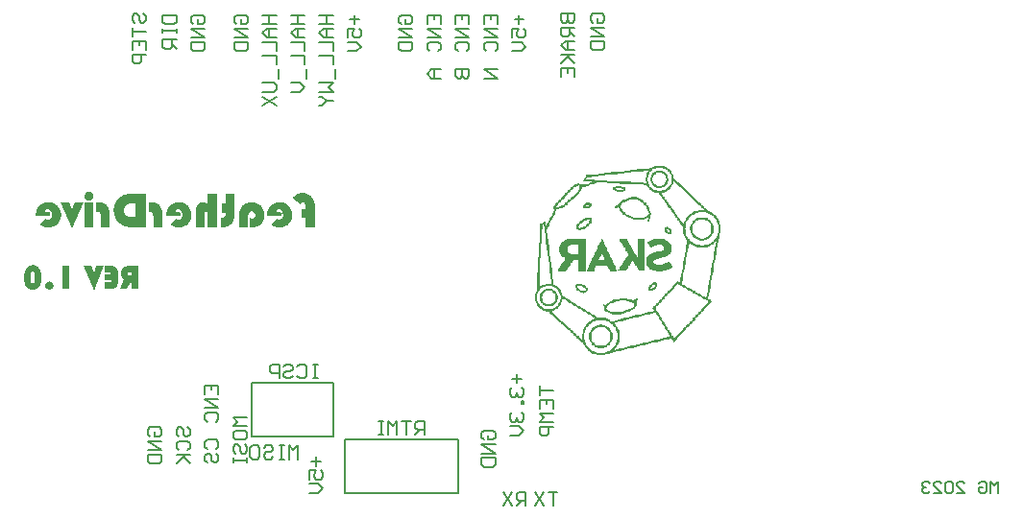
<source format=gbo>
G04*
G04 #@! TF.GenerationSoftware,Altium Limited,Altium Designer,23.4.1 (23)*
G04*
G04 Layer_Color=32896*
%FSLAX25Y25*%
%MOIN*%
G70*
G04*
G04 #@! TF.SameCoordinates,99A001A7-D63A-4E88-881B-6C0508A0781D*
G04*
G04*
G04 #@! TF.FilePolarity,Positive*
G04*
G01*
G75*
%ADD11C,0.00787*%
G36*
X223554Y119441D02*
X224314D01*
Y119187D01*
X224821D01*
Y118934D01*
X225075D01*
Y118680D01*
X225582D01*
Y118427D01*
X225835D01*
Y118174D01*
X226088D01*
Y117920D01*
X226342D01*
Y117413D01*
X226595D01*
Y116906D01*
X226849D01*
Y116400D01*
X227102D01*
Y115133D01*
X227609D01*
Y114879D01*
X227862D01*
Y114626D01*
X228116D01*
Y114372D01*
X228369D01*
Y114119D01*
X228623D01*
Y113865D01*
X229129D01*
Y113612D01*
X229383D01*
Y113359D01*
X229636D01*
Y113105D01*
X229890D01*
Y112852D01*
X230143D01*
Y112598D01*
X230396D01*
Y112345D01*
X230650D01*
Y112092D01*
X230903D01*
Y111838D01*
X231157D01*
Y111585D01*
X231410D01*
Y111331D01*
X231663D01*
Y111078D01*
X231917D01*
Y110825D01*
X232170D01*
Y110571D01*
X232424D01*
Y110318D01*
X232677D01*
Y110064D01*
X232931D01*
Y109811D01*
X233184D01*
Y109557D01*
X233437D01*
Y109304D01*
X233691D01*
Y109051D01*
X233944D01*
Y108797D01*
X234198D01*
Y108544D01*
X234451D01*
Y108290D01*
X234704D01*
Y108037D01*
X234958D01*
Y107783D01*
X235211D01*
Y107530D01*
X235465D01*
Y107277D01*
X235972D01*
Y107023D01*
X236225D01*
Y106770D01*
X236478D01*
Y106516D01*
X236732D01*
Y106263D01*
X236985D01*
Y106010D01*
X237239D01*
Y105756D01*
X237492D01*
Y105503D01*
X237745D01*
Y105249D01*
X237999D01*
Y104996D01*
X238252D01*
Y104743D01*
X238506D01*
Y104489D01*
X238759D01*
Y104236D01*
X239013D01*
Y103982D01*
X239266D01*
Y103729D01*
X239773D01*
Y103475D01*
X240533D01*
Y103222D01*
X240787D01*
Y102969D01*
X241040D01*
Y102715D01*
X241547D01*
Y102462D01*
X241800D01*
Y102208D01*
X242054D01*
Y101701D01*
X242307D01*
Y101448D01*
X242560D01*
Y101195D01*
X242814D01*
Y100688D01*
X243067D01*
Y99928D01*
X243321D01*
Y99167D01*
X243574D01*
Y96380D01*
X243321D01*
Y95366D01*
X243067D01*
Y94352D01*
X242814D01*
Y92832D01*
X242560D01*
Y91311D01*
X242307D01*
Y90044D01*
X242054D01*
Y88524D01*
X241800D01*
Y87003D01*
X241547D01*
Y85736D01*
X241293D01*
Y84216D01*
X241040D01*
Y82695D01*
X240787D01*
Y81428D01*
X240533D01*
Y79908D01*
X240280D01*
Y78387D01*
X240026D01*
Y76867D01*
X239773D01*
Y75600D01*
X239519D01*
Y74079D01*
X239266D01*
Y73319D01*
X239519D01*
Y73065D01*
X240026D01*
Y72812D01*
X240280D01*
Y72559D01*
X240533D01*
Y72305D01*
X240280D01*
Y72052D01*
X240026D01*
Y71798D01*
X239773D01*
Y71545D01*
X239519D01*
Y71292D01*
X239266D01*
Y71038D01*
X239013D01*
Y70785D01*
X238759D01*
Y70531D01*
X238506D01*
Y70278D01*
X238252D01*
Y70024D01*
X237999D01*
Y69518D01*
X237745D01*
Y69264D01*
X237492D01*
Y69011D01*
X237239D01*
Y68757D01*
X236985D01*
Y68504D01*
X236732D01*
Y68251D01*
X236478D01*
Y67997D01*
X236225D01*
Y67744D01*
X235972D01*
Y67490D01*
X235718D01*
Y67237D01*
X235465D01*
Y66983D01*
X235211D01*
Y66730D01*
X234958D01*
Y66477D01*
X234704D01*
Y65970D01*
X234451D01*
Y65716D01*
X234198D01*
Y65463D01*
X233944D01*
Y65210D01*
X233691D01*
Y64956D01*
X233437D01*
Y64703D01*
X233184D01*
Y64449D01*
X232931D01*
Y64196D01*
X232677D01*
Y63942D01*
X232424D01*
Y63689D01*
X232170D01*
Y63436D01*
X231917D01*
Y63182D01*
X231663D01*
Y62929D01*
X231410D01*
Y62422D01*
X231157D01*
Y62169D01*
X230903D01*
Y61915D01*
X230650D01*
Y61662D01*
X230396D01*
Y61408D01*
X230143D01*
Y61155D01*
X229890D01*
Y60901D01*
X229636D01*
Y60648D01*
X229383D01*
Y60395D01*
X229129D01*
Y60141D01*
X228876D01*
Y59888D01*
X228623D01*
Y59634D01*
X228369D01*
Y59381D01*
X228116D01*
Y58874D01*
X227862D01*
Y58621D01*
X227609D01*
Y58367D01*
X227102D01*
Y58874D01*
X226849D01*
Y59381D01*
X226595D01*
Y59634D01*
X225835D01*
Y59381D01*
X224821D01*
Y59127D01*
X223808D01*
Y58874D01*
X222794D01*
Y58621D01*
X221780D01*
Y58367D01*
X220767D01*
Y58114D01*
X219499D01*
Y57860D01*
X218486D01*
Y57607D01*
X217472D01*
Y57354D01*
X216459D01*
Y57100D01*
X215445D01*
Y56847D01*
X214431D01*
Y56593D01*
X213418D01*
Y56340D01*
X212404D01*
Y56086D01*
X211137D01*
Y55833D01*
X210123D01*
Y55580D01*
X209109D01*
Y55326D01*
X208096D01*
Y55073D01*
X207082D01*
Y54819D01*
X206068D01*
Y54566D01*
X205055D01*
Y54313D01*
X204294D01*
Y54059D01*
X203534D01*
Y53806D01*
X200493D01*
Y54059D01*
X199480D01*
Y54313D01*
X198973D01*
Y54566D01*
X198466D01*
Y54819D01*
X198213D01*
Y55073D01*
X197959D01*
Y55326D01*
X197452D01*
Y55833D01*
X197199D01*
Y56086D01*
X196945D01*
Y56340D01*
X196692D01*
Y56593D01*
X196439D01*
Y57100D01*
X196185D01*
Y57607D01*
X195932D01*
Y57860D01*
X195678D01*
Y58114D01*
X195425D01*
Y58367D01*
X195171D01*
Y58621D01*
X194918D01*
Y58874D01*
X194665D01*
Y59127D01*
X194411D01*
Y59381D01*
X194158D01*
Y59634D01*
X193651D01*
Y59888D01*
X193398D01*
Y60141D01*
X193144D01*
Y60395D01*
X192891D01*
Y60648D01*
X192637D01*
Y60901D01*
X192384D01*
Y61155D01*
X192130D01*
Y61408D01*
X191877D01*
Y61662D01*
X191624D01*
Y61915D01*
X191370D01*
Y62169D01*
X191117D01*
Y62422D01*
X190610D01*
Y62675D01*
X190357D01*
Y62929D01*
X190103D01*
Y63182D01*
X189850D01*
Y63436D01*
X189596D01*
Y63689D01*
X189343D01*
Y63942D01*
X189090D01*
Y64196D01*
X188836D01*
Y64449D01*
X188583D01*
Y64703D01*
X188329D01*
Y64956D01*
X188076D01*
Y65210D01*
X187569D01*
Y65463D01*
X187316D01*
Y65716D01*
X187062D01*
Y65970D01*
X186809D01*
Y66223D01*
X186555D01*
Y66477D01*
X186302D01*
Y66730D01*
X186048D01*
Y66983D01*
X185795D01*
Y67237D01*
X185542D01*
Y67490D01*
X185288D01*
Y67744D01*
X185035D01*
Y67997D01*
X184528D01*
Y68251D01*
X184275D01*
Y68504D01*
X184021D01*
Y69011D01*
X183008D01*
Y69264D01*
X181994D01*
Y69518D01*
X181487D01*
Y69771D01*
X181234D01*
Y70024D01*
X180980D01*
Y70278D01*
X180473D01*
Y70531D01*
X180220D01*
Y71038D01*
X179966D01*
Y71292D01*
X179713D01*
Y71798D01*
X179460D01*
Y72559D01*
X179206D01*
Y75346D01*
X179460D01*
Y75853D01*
X179713D01*
Y77627D01*
X179966D01*
Y77880D01*
Y78134D01*
Y82695D01*
X180220D01*
Y87764D01*
X180473D01*
Y92832D01*
X180727D01*
Y97900D01*
X180980D01*
Y99421D01*
X181234D01*
Y99674D01*
X181740D01*
Y99928D01*
X182247D01*
Y100181D01*
X183008D01*
Y98914D01*
X183261D01*
Y99421D01*
X183514D01*
Y99928D01*
X183768D01*
Y100434D01*
X184021D01*
Y100941D01*
X184275D01*
Y101448D01*
X184528D01*
Y101955D01*
X184781D01*
Y102208D01*
X185035D01*
Y102715D01*
X185288D01*
Y103222D01*
X185542D01*
Y103729D01*
X185795D01*
Y104489D01*
X185542D01*
Y105503D01*
X185795D01*
Y105756D01*
X186048D01*
Y106010D01*
X186302D01*
Y106516D01*
X186555D01*
Y106770D01*
X186809D01*
Y107023D01*
X187062D01*
Y107277D01*
X187316D01*
Y107530D01*
X187569D01*
Y107783D01*
X187822D01*
Y108037D01*
X188076D01*
Y108290D01*
X188329D01*
Y108544D01*
X188583D01*
Y109051D01*
X188836D01*
Y109304D01*
X189090D01*
Y109557D01*
X189343D01*
Y109811D01*
X189596D01*
Y110064D01*
X189850D01*
Y110318D01*
X190103D01*
Y110571D01*
X190357D01*
Y110825D01*
X190610D01*
Y111078D01*
X190863D01*
Y111331D01*
X191117D01*
Y111585D01*
X191370D01*
Y111838D01*
X191624D01*
Y112092D01*
X191877D01*
Y112345D01*
X192130D01*
Y112598D01*
X192384D01*
Y112852D01*
X192891D01*
Y113105D01*
X193398D01*
Y113359D01*
X193904D01*
Y113612D01*
X194665D01*
Y113359D01*
X195171D01*
Y113105D01*
X196692D01*
Y113359D01*
X197706D01*
Y113612D01*
X198213D01*
Y113865D01*
X198973D01*
Y114119D01*
X196185D01*
Y114372D01*
X195932D01*
Y114626D01*
X196185D01*
Y115133D01*
X196439D01*
Y115639D01*
X196692D01*
Y116146D01*
X196945D01*
Y116400D01*
X198973D01*
Y116653D01*
X201254D01*
Y116906D01*
X203281D01*
Y117160D01*
X205562D01*
Y117413D01*
X207842D01*
Y117667D01*
X210123D01*
Y117920D01*
X212150D01*
Y118174D01*
X214431D01*
Y118427D01*
X216712D01*
Y118680D01*
X218993D01*
Y118934D01*
X220006D01*
Y119187D01*
X220513D01*
Y119441D01*
X221020D01*
Y119694D01*
X223554D01*
Y119441D01*
D02*
G37*
G36*
X26142Y76323D02*
X22611Y84891D01*
X25301D01*
X26117Y82353D01*
X26856Y84891D01*
X29636D01*
X26142Y76323D01*
D02*
G37*
G36*
X41570Y76782D02*
X39160D01*
Y82710D01*
X38587D01*
X38446Y82685D01*
X38331Y82659D01*
X38217Y82621D01*
X38140Y82570D01*
X38064Y82519D01*
X38000Y82468D01*
X37962Y82417D01*
X37898Y82315D01*
X37860Y82213D01*
X37847Y82149D01*
Y82137D01*
Y82124D01*
X37860Y82009D01*
X37885Y81907D01*
X37923Y81818D01*
X37962Y81754D01*
X38089Y81627D01*
X38230Y81550D01*
X38383Y81512D01*
X38497Y81486D01*
X38548Y81474D01*
X38803D01*
Y79383D01*
X37643Y76782D01*
X35106D01*
X36496Y80109D01*
X36304Y80275D01*
X36138Y80441D01*
X35998Y80619D01*
X35871Y80798D01*
X35769Y80976D01*
X35680Y81142D01*
X35603Y81308D01*
X35552Y81474D01*
X35501Y81614D01*
X35463Y81754D01*
X35450Y81882D01*
X35425Y81984D01*
Y82073D01*
X35412Y82137D01*
Y82175D01*
Y82188D01*
X35425Y82404D01*
X35450Y82621D01*
X35488Y82825D01*
X35552Y83004D01*
X35616Y83182D01*
X35692Y83348D01*
X35769Y83501D01*
X35845Y83641D01*
X35934Y83756D01*
X36011Y83871D01*
X36088Y83960D01*
X36151Y84036D01*
X36215Y84100D01*
X36253Y84138D01*
X36279Y84164D01*
X36292Y84177D01*
X36445Y84304D01*
X36610Y84419D01*
X36776Y84508D01*
X36967Y84585D01*
X37324Y84712D01*
X37681Y84801D01*
X37847Y84827D01*
X38000Y84852D01*
X38127Y84865D01*
X38255Y84878D01*
X38344Y84891D01*
X41570D01*
Y76782D01*
D02*
G37*
G36*
X32122Y84878D02*
X32339Y84865D01*
X32530Y84827D01*
X32721Y84789D01*
X32887Y84738D01*
X33040Y84687D01*
X33180Y84623D01*
X33308Y84572D01*
X33423Y84508D01*
X33512Y84444D01*
X33601Y84393D01*
X33665Y84342D01*
X33729Y84304D01*
X33767Y84266D01*
X33780Y84253D01*
X33792Y84240D01*
X33907Y84113D01*
X34009Y83985D01*
X34099Y83832D01*
X34175Y83692D01*
X34290Y83386D01*
X34366Y83093D01*
X34417Y82838D01*
X34430Y82723D01*
X34443Y82621D01*
X34455Y82545D01*
Y82481D01*
Y82443D01*
Y82430D01*
Y79268D01*
X34443Y79051D01*
X34430Y78847D01*
X34392Y78643D01*
X34341Y78465D01*
X34290Y78299D01*
X34239Y78146D01*
X34175Y78018D01*
X34099Y77891D01*
X34035Y77776D01*
X33971Y77687D01*
X33920Y77610D01*
X33869Y77534D01*
X33818Y77483D01*
X33780Y77445D01*
X33767Y77432D01*
X33754Y77419D01*
X33614Y77304D01*
X33461Y77215D01*
X33295Y77126D01*
X33130Y77049D01*
X32798Y76935D01*
X32467Y76858D01*
X32313Y76833D01*
X32173Y76820D01*
X32046Y76807D01*
X31931Y76794D01*
X31842Y76782D01*
X29814D01*
Y79102D01*
X31574D01*
X31701Y79115D01*
X31791Y79128D01*
X31867Y79140D01*
X31931Y79153D01*
X31969Y79166D01*
X31982Y79179D01*
X31995D01*
X32033Y79217D01*
X32071Y79268D01*
X32109Y79370D01*
Y79421D01*
X32122Y79472D01*
Y79497D01*
Y79510D01*
Y79587D01*
X32097Y79663D01*
X32059Y79752D01*
X32020Y79816D01*
X31995Y79829D01*
X31944Y79867D01*
X31867Y79893D01*
X31727Y79918D01*
X31651Y79931D01*
X29967D01*
Y81741D01*
X31421D01*
X31536Y81754D01*
X31625Y81767D01*
X31701Y81792D01*
X31765Y81805D01*
X31804Y81818D01*
X31816Y81831D01*
X31829D01*
X31880Y81869D01*
X31905Y81920D01*
X31956Y82022D01*
Y82073D01*
X31969Y82111D01*
Y82137D01*
Y82149D01*
X31956Y82226D01*
X31944Y82290D01*
X31867Y82392D01*
X31778Y82455D01*
X31663Y82506D01*
X31549Y82532D01*
X31446Y82557D01*
X29814D01*
Y84891D01*
X31905D01*
X32122Y84878D01*
D02*
G37*
G36*
X17524Y76782D02*
X15228D01*
Y84891D01*
X17524D01*
Y76782D01*
D02*
G37*
G36*
X10842Y79421D02*
X11034Y79370D01*
X11199Y79306D01*
X11340Y79230D01*
X11455Y79140D01*
X11544Y79077D01*
X11608Y79026D01*
X11620Y79013D01*
X11761Y78847D01*
X11850Y78681D01*
X11926Y78516D01*
X11977Y78363D01*
X12003Y78222D01*
X12015Y78108D01*
X12028Y78031D01*
Y78018D01*
Y78006D01*
X12015Y77789D01*
X11964Y77585D01*
X11901Y77419D01*
X11837Y77279D01*
X11761Y77151D01*
X11710Y77075D01*
X11659Y77011D01*
X11646Y76998D01*
X11493Y76871D01*
X11327Y76782D01*
X11148Y76705D01*
X10995Y76667D01*
X10855Y76641D01*
X10740Y76629D01*
X10664Y76616D01*
X10639D01*
X10422Y76629D01*
X10231Y76680D01*
X10065Y76743D01*
X9912Y76820D01*
X9797Y76884D01*
X9708Y76947D01*
X9644Y76998D01*
X9631Y77011D01*
X9491Y77177D01*
X9389Y77343D01*
X9313Y77508D01*
X9262Y77661D01*
X9236Y77802D01*
X9211Y77904D01*
Y77980D01*
Y78006D01*
X9223Y78210D01*
X9274Y78401D01*
X9338Y78567D01*
X9414Y78720D01*
X9504Y78834D01*
X9567Y78924D01*
X9618Y78987D01*
X9631Y79000D01*
X9797Y79140D01*
X9963Y79255D01*
X10129Y79332D01*
X10294Y79383D01*
X10435Y79408D01*
X10537Y79434D01*
X10639D01*
X10842Y79421D01*
D02*
G37*
G36*
X5118Y85082D02*
X5347Y85056D01*
X5564Y85005D01*
X5768Y84954D01*
X5959Y84891D01*
X6138Y84814D01*
X6291Y84725D01*
X6431Y84648D01*
X6559Y84559D01*
X6673Y84470D01*
X6775Y84393D01*
X6852Y84330D01*
X6916Y84279D01*
X6954Y84228D01*
X6979Y84202D01*
X6992Y84189D01*
X7132Y84011D01*
X7247Y83820D01*
X7349Y83628D01*
X7438Y83424D01*
X7502Y83220D01*
X7566Y83004D01*
X7655Y82608D01*
X7693Y82430D01*
X7719Y82264D01*
X7732Y82111D01*
X7744Y81971D01*
X7757Y81869D01*
Y81780D01*
Y81729D01*
Y81716D01*
Y79944D01*
X7744Y79663D01*
X7719Y79395D01*
X7681Y79140D01*
X7642Y78898D01*
X7579Y78681D01*
X7515Y78477D01*
X7451Y78299D01*
X7374Y78133D01*
X7298Y77980D01*
X7234Y77853D01*
X7170Y77738D01*
X7107Y77649D01*
X7068Y77572D01*
X7030Y77521D01*
X7005Y77496D01*
X6992Y77483D01*
X6839Y77330D01*
X6673Y77190D01*
X6508Y77062D01*
X6329Y76960D01*
X6151Y76871D01*
X5985Y76794D01*
X5806Y76743D01*
X5641Y76692D01*
X5488Y76654D01*
X5334Y76629D01*
X5207Y76603D01*
X5092Y76590D01*
X5003Y76578D01*
X4876D01*
X4633Y76590D01*
X4404Y76616D01*
X4187Y76667D01*
X3983Y76718D01*
X3792Y76782D01*
X3613Y76858D01*
X3460Y76947D01*
X3320Y77037D01*
X3193Y77113D01*
X3078Y77202D01*
X2976Y77279D01*
X2899Y77343D01*
X2836Y77394D01*
X2797Y77445D01*
X2772Y77470D01*
X2759Y77483D01*
X2619Y77661D01*
X2504Y77853D01*
X2389Y78044D01*
X2300Y78248D01*
X2224Y78452D01*
X2160Y78656D01*
X2070Y79051D01*
X2032Y79230D01*
X2007Y79408D01*
X1994Y79561D01*
X1981Y79689D01*
X1969Y79791D01*
Y79880D01*
Y79931D01*
Y79944D01*
Y81716D01*
X1981Y81996D01*
X2007Y82277D01*
X2045Y82532D01*
X2096Y82761D01*
X2147Y82991D01*
X2224Y83182D01*
X2287Y83373D01*
X2364Y83539D01*
X2440Y83692D01*
X2504Y83820D01*
X2581Y83934D01*
X2631Y84024D01*
X2682Y84100D01*
X2721Y84151D01*
X2746Y84177D01*
X2759Y84189D01*
X2912Y84355D01*
X3078Y84483D01*
X3243Y84610D01*
X3422Y84712D01*
X3588Y84801D01*
X3766Y84878D01*
X3945Y84929D01*
X4110Y84980D01*
X4264Y85018D01*
X4417Y85044D01*
X4544Y85069D01*
X4659Y85082D01*
X4748Y85095D01*
X4876D01*
X5118Y85082D01*
D02*
G37*
G36*
X24654Y110598D02*
X24872Y110544D01*
X25055Y110471D01*
X25219Y110398D01*
X25365Y110307D01*
X25456Y110234D01*
X25528Y110179D01*
X25547Y110161D01*
X25692Y109979D01*
X25802Y109797D01*
X25893Y109615D01*
X25947Y109450D01*
X25984Y109305D01*
X26002Y109195D01*
Y109123D01*
Y109086D01*
X25984Y108849D01*
X25929Y108631D01*
X25856Y108448D01*
X25784Y108284D01*
X25711Y108157D01*
X25638Y108066D01*
X25583Y108011D01*
X25565Y107993D01*
X25383Y107847D01*
X25201Y107756D01*
X25000Y107683D01*
X24818Y107629D01*
X24654Y107592D01*
X24526Y107574D01*
X24417D01*
X24162Y107592D01*
X23943Y107647D01*
X23743Y107701D01*
X23579Y107792D01*
X23451Y107865D01*
X23342Y107920D01*
X23287Y107975D01*
X23269Y107993D01*
X23123Y108157D01*
X23014Y108339D01*
X22923Y108521D01*
X22868Y108703D01*
X22832Y108849D01*
X22814Y108977D01*
Y109050D01*
Y109086D01*
X22832Y109305D01*
X22886Y109523D01*
X22959Y109706D01*
X23051Y109851D01*
X23142Y109979D01*
X23214Y110088D01*
X23269Y110143D01*
X23287Y110161D01*
X23470Y110307D01*
X23670Y110416D01*
X23852Y110507D01*
X24034Y110562D01*
X24180Y110598D01*
X24308Y110617D01*
X24417D01*
X24654Y110598D01*
D02*
G37*
G36*
X68801Y98373D02*
X65613D01*
Y102964D01*
Y103110D01*
X65594Y103237D01*
X65540Y103420D01*
X65448Y103566D01*
X65357Y103675D01*
X65266Y103729D01*
X65175Y103748D01*
X65121Y103766D01*
X64993D01*
X64902Y103729D01*
X64774Y103675D01*
X64701Y103602D01*
X64683Y103584D01*
Y103566D01*
X64647Y103474D01*
X64610Y103383D01*
X64574Y103128D01*
X64556Y103019D01*
Y102928D01*
Y102855D01*
Y102837D01*
Y98373D01*
X61367D01*
Y103729D01*
X61404Y104258D01*
X61476Y104732D01*
X61604Y105151D01*
X61732Y105479D01*
X61804Y105624D01*
X61859Y105752D01*
X61932Y105861D01*
X61987Y105952D01*
X62023Y106025D01*
X62060Y106080D01*
X62096Y106098D01*
Y106116D01*
X62242Y106280D01*
X62388Y106408D01*
X62533Y106535D01*
X62697Y106626D01*
X63007Y106790D01*
X63317Y106900D01*
X63590Y106954D01*
X63699Y106991D01*
X63809D01*
X63900Y107009D01*
X64009D01*
X64301Y106991D01*
X64592Y106918D01*
X64865Y106827D01*
X65102Y106718D01*
X65321Y106590D01*
X65467Y106499D01*
X65576Y106426D01*
X65594Y106408D01*
X65613D01*
Y109961D01*
X68801D01*
Y98373D01*
D02*
G37*
G36*
X18568Y98045D02*
X14615Y106827D01*
X17548D01*
X18532Y104531D01*
X19443Y106827D01*
X22449D01*
X18568Y98045D01*
D02*
G37*
G36*
X81245Y106991D02*
X81555Y106954D01*
X81865Y106881D01*
X82156Y106809D01*
X82448Y106718D01*
X82703Y106608D01*
X82940Y106481D01*
X83158Y106371D01*
X83359Y106244D01*
X83523Y106116D01*
X83669Y106007D01*
X83796Y105916D01*
X83905Y105843D01*
X83978Y105770D01*
X84015Y105734D01*
X84033Y105715D01*
X84251Y105479D01*
X84452Y105224D01*
X84616Y104950D01*
X84762Y104695D01*
X84889Y104422D01*
X84999Y104167D01*
X85090Y103912D01*
X85144Y103675D01*
X85199Y103456D01*
X85235Y103256D01*
X85272Y103074D01*
X85290Y102910D01*
X85308Y102782D01*
Y102691D01*
Y102618D01*
Y102600D01*
X85290Y102254D01*
X85254Y101926D01*
X85199Y101598D01*
X85108Y101306D01*
X85017Y101033D01*
X84907Y100778D01*
X84798Y100523D01*
X84671Y100322D01*
X84561Y100122D01*
X84452Y99940D01*
X84343Y99794D01*
X84251Y99666D01*
X84160Y99575D01*
X84106Y99502D01*
X84069Y99466D01*
X84051Y99448D01*
X83796Y99229D01*
X83541Y99029D01*
X83286Y98865D01*
X83012Y98719D01*
X82739Y98591D01*
X82484Y98500D01*
X82229Y98409D01*
X81974Y98355D01*
X81755Y98300D01*
X81537Y98264D01*
X81336Y98227D01*
X81172Y98209D01*
X81045Y98191D01*
X80863D01*
X80607Y98209D01*
X80371Y98227D01*
X80279Y98245D01*
X80207D01*
X80152Y98264D01*
X80134D01*
Y101543D01*
X80279Y101470D01*
X80407Y101416D01*
X80662Y101361D01*
X80771Y101343D01*
X80844Y101324D01*
X80917D01*
X81099Y101343D01*
X81263Y101379D01*
X81409Y101434D01*
X81519Y101488D01*
X81628Y101543D01*
X81701Y101598D01*
X81737Y101634D01*
X81755Y101652D01*
X81865Y101798D01*
X81938Y101944D01*
X82011Y102090D01*
X82047Y102217D01*
X82065Y102345D01*
X82083Y102436D01*
Y102509D01*
Y102527D01*
X82065Y102709D01*
X82029Y102873D01*
X81974Y103019D01*
X81901Y103146D01*
X81846Y103237D01*
X81792Y103310D01*
X81755Y103365D01*
X81737Y103383D01*
X81591Y103511D01*
X81446Y103602D01*
X81300Y103675D01*
X81154Y103711D01*
X81045Y103748D01*
X80954Y103766D01*
X80863D01*
X80662Y103748D01*
X80498Y103693D01*
X80352Y103638D01*
X80225Y103566D01*
X80116Y103474D01*
X80043Y103420D01*
X80006Y103365D01*
X79988Y103347D01*
X79879Y103183D01*
X79806Y103019D01*
X79733Y102837D01*
X79697Y102673D01*
X79678Y102527D01*
X79660Y102399D01*
Y102327D01*
Y102290D01*
Y98373D01*
X76472D01*
Y102509D01*
X76490Y102891D01*
X76526Y103237D01*
X76581Y103584D01*
X76654Y103893D01*
X76745Y104185D01*
X76854Y104458D01*
X76945Y104713D01*
X77055Y104932D01*
X77182Y105132D01*
X77273Y105296D01*
X77383Y105442D01*
X77474Y105570D01*
X77547Y105661D01*
X77601Y105734D01*
X77638Y105770D01*
X77656Y105788D01*
X77893Y106007D01*
X78130Y106189D01*
X78403Y106353D01*
X78658Y106499D01*
X78931Y106608D01*
X79205Y106718D01*
X79715Y106863D01*
X79970Y106900D01*
X80189Y106936D01*
X80389Y106973D01*
X80553Y106991D01*
X80699Y107009D01*
X80899D01*
X81245Y106991D01*
D02*
G37*
G36*
X90829Y107009D02*
X91157Y106973D01*
X91467Y106900D01*
X91776Y106827D01*
X92050Y106736D01*
X92305Y106626D01*
X92560Y106499D01*
X92778Y106390D01*
X92961Y106262D01*
X93143Y106134D01*
X93289Y106025D01*
X93416Y105934D01*
X93525Y105861D01*
X93598Y105788D01*
X93635Y105752D01*
X93653Y105734D01*
X93872Y105497D01*
X94072Y105242D01*
X94254Y104968D01*
X94400Y104713D01*
X94528Y104440D01*
X94637Y104185D01*
X94710Y103930D01*
X94783Y103693D01*
X94837Y103456D01*
X94874Y103256D01*
X94910Y103074D01*
X94928Y102910D01*
X94947Y102782D01*
Y102691D01*
Y102618D01*
Y102600D01*
X94928Y102254D01*
X94892Y101926D01*
X94837Y101616D01*
X94746Y101324D01*
X94655Y101033D01*
X94546Y100778D01*
X94418Y100541D01*
X94309Y100322D01*
X94181Y100140D01*
X94072Y99958D01*
X93963Y99812D01*
X93872Y99685D01*
X93781Y99594D01*
X93726Y99521D01*
X93690Y99484D01*
X93671Y99466D01*
X93416Y99247D01*
X93161Y99047D01*
X92906Y98883D01*
X92633Y98737D01*
X92378Y98610D01*
X92104Y98519D01*
X91849Y98427D01*
X91612Y98373D01*
X91375Y98318D01*
X91175Y98282D01*
X90975Y98245D01*
X90811Y98227D01*
X90683Y98209D01*
X90501D01*
X90210Y98227D01*
X89936Y98245D01*
X89408Y98355D01*
X88934Y98519D01*
X88515Y98701D01*
X88333Y98792D01*
X88169Y98883D01*
X88041Y98974D01*
X87914Y99047D01*
X87823Y99102D01*
X87750Y99156D01*
X87713Y99174D01*
X87695Y99193D01*
X89499Y101361D01*
X89663Y101215D01*
X89827Y101106D01*
X89991Y101015D01*
X90137Y100960D01*
X90246Y100924D01*
X90355Y100905D01*
X90428D01*
X90628Y100924D01*
X90829Y100978D01*
X90975Y101069D01*
X91120Y101160D01*
X91230Y101233D01*
X91303Y101324D01*
X91357Y101379D01*
X91375Y101397D01*
X91485Y101598D01*
X91576Y101816D01*
X91631Y102053D01*
X91685Y102272D01*
X91703Y102454D01*
X91722Y102600D01*
Y102709D01*
Y102746D01*
X91703Y103019D01*
X91667Y103274D01*
X91612Y103493D01*
X91540Y103693D01*
X91467Y103839D01*
X91412Y103948D01*
X91375Y104021D01*
X91357Y104039D01*
X91211Y104203D01*
X91048Y104331D01*
X90884Y104422D01*
X90738Y104495D01*
X90592Y104531D01*
X90483Y104549D01*
X90392D01*
X90228Y104531D01*
X90082Y104513D01*
X89845Y104404D01*
X89663Y104240D01*
X89517Y104076D01*
X89426Y103893D01*
X89353Y103729D01*
X89317Y103620D01*
Y103602D01*
Y103584D01*
X90938D01*
X91029Y103274D01*
X91048Y103128D01*
X91066Y103001D01*
X91084Y102910D01*
Y102819D01*
Y102764D01*
Y102746D01*
X91066Y102509D01*
X91029Y102308D01*
X91011Y102217D01*
X90993Y102144D01*
X90975Y102108D01*
Y102090D01*
X86165D01*
X86146Y102235D01*
Y102345D01*
X86128Y102454D01*
Y102527D01*
Y102600D01*
Y102636D01*
Y102673D01*
X86146Y103019D01*
X86183Y103329D01*
X86238Y103638D01*
X86329Y103930D01*
X86420Y104203D01*
X86529Y104458D01*
X86638Y104695D01*
X86748Y104914D01*
X86875Y105114D01*
X86984Y105278D01*
X87094Y105424D01*
X87185Y105551D01*
X87276Y105643D01*
X87331Y105715D01*
X87367Y105752D01*
X87385Y105770D01*
X87622Y105989D01*
X87877Y106189D01*
X88132Y106353D01*
X88406Y106499D01*
X88661Y106626D01*
X88916Y106718D01*
X89171Y106809D01*
X89408Y106863D01*
X89626Y106918D01*
X89827Y106954D01*
X90009Y106991D01*
X90173Y107009D01*
X90301Y107027D01*
X90483D01*
X90829Y107009D01*
D02*
G37*
G36*
X55865D02*
X56193Y106973D01*
X56502Y106900D01*
X56812Y106827D01*
X57086Y106736D01*
X57341Y106626D01*
X57596Y106499D01*
X57814Y106390D01*
X57996Y106262D01*
X58179Y106134D01*
X58324Y106025D01*
X58452Y105934D01*
X58561Y105861D01*
X58634Y105788D01*
X58671Y105752D01*
X58689Y105734D01*
X58908Y105497D01*
X59108Y105242D01*
X59290Y104968D01*
X59436Y104713D01*
X59563Y104440D01*
X59673Y104185D01*
X59746Y103930D01*
X59819Y103693D01*
X59873Y103456D01*
X59910Y103256D01*
X59946Y103074D01*
X59964Y102910D01*
X59983Y102782D01*
Y102691D01*
Y102618D01*
Y102600D01*
X59964Y102254D01*
X59928Y101926D01*
X59873Y101616D01*
X59782Y101324D01*
X59691Y101033D01*
X59582Y100778D01*
X59454Y100541D01*
X59345Y100322D01*
X59217Y100140D01*
X59108Y99958D01*
X58999Y99812D01*
X58908Y99685D01*
X58816Y99594D01*
X58762Y99521D01*
X58725Y99484D01*
X58707Y99466D01*
X58452Y99247D01*
X58197Y99047D01*
X57942Y98883D01*
X57669Y98737D01*
X57414Y98610D01*
X57140Y98519D01*
X56885Y98427D01*
X56648Y98373D01*
X56411Y98318D01*
X56211Y98282D01*
X56011Y98245D01*
X55847Y98227D01*
X55719Y98209D01*
X55537D01*
X55245Y98227D01*
X54972Y98245D01*
X54444Y98355D01*
X53970Y98519D01*
X53551Y98701D01*
X53369Y98792D01*
X53205Y98883D01*
X53077Y98974D01*
X52950Y99047D01*
X52859Y99102D01*
X52786Y99156D01*
X52749Y99174D01*
X52731Y99193D01*
X54535Y101361D01*
X54699Y101215D01*
X54863Y101106D01*
X55027Y101015D01*
X55172Y100960D01*
X55282Y100924D01*
X55391Y100905D01*
X55464D01*
X55664Y100924D01*
X55865Y100978D01*
X56011Y101069D01*
X56156Y101160D01*
X56266Y101233D01*
X56339Y101324D01*
X56393Y101379D01*
X56411Y101397D01*
X56521Y101598D01*
X56612Y101816D01*
X56666Y102053D01*
X56721Y102272D01*
X56739Y102454D01*
X56757Y102600D01*
Y102709D01*
Y102746D01*
X56739Y103019D01*
X56703Y103274D01*
X56648Y103493D01*
X56575Y103693D01*
X56502Y103839D01*
X56448Y103948D01*
X56411Y104021D01*
X56393Y104039D01*
X56247Y104203D01*
X56083Y104331D01*
X55919Y104422D01*
X55774Y104495D01*
X55628Y104531D01*
X55519Y104549D01*
X55427D01*
X55264Y104531D01*
X55118Y104513D01*
X54881Y104404D01*
X54699Y104240D01*
X54553Y104076D01*
X54462Y103893D01*
X54389Y103729D01*
X54352Y103620D01*
Y103602D01*
Y103584D01*
X55974D01*
X56065Y103274D01*
X56083Y103128D01*
X56102Y103001D01*
X56120Y102910D01*
Y102819D01*
Y102764D01*
Y102746D01*
X56102Y102509D01*
X56065Y102308D01*
X56047Y102217D01*
X56029Y102144D01*
X56011Y102108D01*
Y102090D01*
X51200D01*
X51182Y102235D01*
Y102345D01*
X51164Y102454D01*
Y102527D01*
Y102600D01*
Y102636D01*
Y102673D01*
X51182Y103019D01*
X51219Y103329D01*
X51273Y103638D01*
X51364Y103930D01*
X51455Y104203D01*
X51565Y104458D01*
X51674Y104695D01*
X51784Y104914D01*
X51911Y105114D01*
X52020Y105278D01*
X52130Y105424D01*
X52221Y105551D01*
X52312Y105643D01*
X52367Y105715D01*
X52403Y105752D01*
X52421Y105770D01*
X52658Y105989D01*
X52913Y106189D01*
X53168Y106353D01*
X53442Y106499D01*
X53697Y106626D01*
X53952Y106718D01*
X54207Y106809D01*
X54444Y106863D01*
X54662Y106918D01*
X54863Y106954D01*
X55045Y106991D01*
X55209Y107009D01*
X55336Y107027D01*
X55519D01*
X55865Y107009D01*
D02*
G37*
G36*
X10606D02*
X10934Y106973D01*
X11244Y106900D01*
X11554Y106827D01*
X11827Y106736D01*
X12082Y106626D01*
X12337Y106499D01*
X12556Y106390D01*
X12738Y106262D01*
X12920Y106134D01*
X13066Y106025D01*
X13194Y105934D01*
X13303Y105861D01*
X13376Y105788D01*
X13412Y105752D01*
X13430Y105734D01*
X13649Y105497D01*
X13849Y105242D01*
X14032Y104968D01*
X14177Y104713D01*
X14305Y104440D01*
X14414Y104185D01*
X14487Y103930D01*
X14560Y103693D01*
X14615Y103456D01*
X14651Y103256D01*
X14687Y103074D01*
X14706Y102910D01*
X14724Y102782D01*
Y102691D01*
Y102618D01*
Y102600D01*
X14706Y102254D01*
X14669Y101926D01*
X14615Y101616D01*
X14524Y101324D01*
X14433Y101033D01*
X14323Y100778D01*
X14196Y100541D01*
X14086Y100322D01*
X13959Y100140D01*
X13849Y99958D01*
X13740Y99812D01*
X13649Y99685D01*
X13558Y99594D01*
X13503Y99521D01*
X13467Y99484D01*
X13449Y99466D01*
X13194Y99247D01*
X12938Y99047D01*
X12683Y98883D01*
X12410Y98737D01*
X12155Y98610D01*
X11882Y98519D01*
X11627Y98427D01*
X11390Y98373D01*
X11153Y98318D01*
X10953Y98282D01*
X10752Y98245D01*
X10588Y98227D01*
X10460Y98209D01*
X10278D01*
X9987Y98227D01*
X9713Y98245D01*
X9185Y98355D01*
X8711Y98519D01*
X8292Y98701D01*
X8110Y98792D01*
X7946Y98883D01*
X7819Y98974D01*
X7691Y99047D01*
X7600Y99102D01*
X7527Y99156D01*
X7491Y99174D01*
X7472Y99193D01*
X9276Y101361D01*
X9440Y101215D01*
X9604Y101106D01*
X9768Y101015D01*
X9914Y100960D01*
X10023Y100924D01*
X10133Y100905D01*
X10205D01*
X10406Y100924D01*
X10606Y100978D01*
X10752Y101069D01*
X10898Y101160D01*
X11007Y101233D01*
X11080Y101324D01*
X11135Y101379D01*
X11153Y101397D01*
X11262Y101598D01*
X11353Y101816D01*
X11408Y102053D01*
X11463Y102272D01*
X11481Y102454D01*
X11499Y102600D01*
Y102709D01*
Y102746D01*
X11481Y103019D01*
X11444Y103274D01*
X11390Y103493D01*
X11317Y103693D01*
X11244Y103839D01*
X11189Y103948D01*
X11153Y104021D01*
X11135Y104039D01*
X10989Y104203D01*
X10825Y104331D01*
X10661Y104422D01*
X10515Y104495D01*
X10369Y104531D01*
X10260Y104549D01*
X10169D01*
X10005Y104531D01*
X9859Y104513D01*
X9622Y104404D01*
X9440Y104240D01*
X9294Y104076D01*
X9203Y103893D01*
X9131Y103729D01*
X9094Y103620D01*
Y103602D01*
Y103584D01*
X10716D01*
X10807Y103274D01*
X10825Y103128D01*
X10843Y103001D01*
X10861Y102910D01*
Y102819D01*
Y102764D01*
Y102746D01*
X10843Y102509D01*
X10807Y102308D01*
X10789Y102217D01*
X10770Y102144D01*
X10752Y102108D01*
Y102090D01*
X5942D01*
X5924Y102235D01*
Y102345D01*
X5906Y102454D01*
Y102527D01*
Y102600D01*
Y102636D01*
Y102673D01*
X5924Y103019D01*
X5960Y103329D01*
X6015Y103638D01*
X6106Y103930D01*
X6197Y104203D01*
X6306Y104458D01*
X6416Y104695D01*
X6525Y104914D01*
X6652Y105114D01*
X6762Y105278D01*
X6871Y105424D01*
X6962Y105551D01*
X7053Y105643D01*
X7108Y105715D01*
X7145Y105752D01*
X7163Y105770D01*
X7400Y105989D01*
X7655Y106189D01*
X7910Y106353D01*
X8183Y106499D01*
X8438Y106626D01*
X8693Y106718D01*
X8948Y106809D01*
X9185Y106863D01*
X9404Y106918D01*
X9604Y106954D01*
X9786Y106991D01*
X9950Y107009D01*
X10078Y107027D01*
X10260D01*
X10606Y107009D01*
D02*
G37*
G36*
X98791Y110234D02*
X99119Y110198D01*
X99447Y110125D01*
X99739Y110052D01*
X100012Y109942D01*
X100267Y109833D01*
X100522Y109706D01*
X100722Y109596D01*
X100923Y109469D01*
X101105Y109341D01*
X101251Y109232D01*
X101378Y109123D01*
X101469Y109050D01*
X101542Y108977D01*
X101579Y108940D01*
X101597Y108922D01*
X101816Y108667D01*
X101998Y108394D01*
X102162Y108121D01*
X102307Y107829D01*
X102435Y107556D01*
X102526Y107264D01*
X102672Y106736D01*
X102727Y106499D01*
X102763Y106262D01*
X102799Y106062D01*
X102818Y105898D01*
X102836Y105752D01*
Y105643D01*
Y105570D01*
Y105551D01*
Y98373D01*
X99392D01*
Y101397D01*
X98245D01*
Y104513D01*
X99392D01*
Y105934D01*
X99374Y106134D01*
X99356Y106298D01*
X99319Y106444D01*
X99265Y106572D01*
X99210Y106681D01*
X99137Y106772D01*
X98992Y106900D01*
X98864Y106991D01*
X98736Y107027D01*
X98645Y107045D01*
X98609D01*
X98390Y107009D01*
X98226Y106936D01*
X98080Y106827D01*
X97953Y106718D01*
X97862Y106590D01*
X97807Y106481D01*
X97771Y106408D01*
X97752Y106371D01*
X94928Y108430D01*
X95202Y108758D01*
X95493Y109031D01*
X95785Y109268D01*
X96076Y109487D01*
X96368Y109669D01*
X96659Y109815D01*
X96951Y109924D01*
X97224Y110034D01*
X97479Y110106D01*
X97698Y110161D01*
X97917Y110198D01*
X98099Y110216D01*
X98245Y110234D01*
X98354Y110252D01*
X98445D01*
X98791Y110234D01*
D02*
G37*
G36*
X46518Y106991D02*
X46791Y106954D01*
X47065Y106900D01*
X47320Y106845D01*
X47556Y106754D01*
X47775Y106663D01*
X47976Y106572D01*
X48158Y106462D01*
X48322Y106353D01*
X48467Y106262D01*
X48577Y106171D01*
X48686Y106080D01*
X48759Y106025D01*
X48814Y105971D01*
X48850Y105934D01*
X48868Y105916D01*
X49051Y105697D01*
X49196Y105479D01*
X49324Y105242D01*
X49451Y105005D01*
X49633Y104513D01*
X49743Y104039D01*
X49779Y103821D01*
X49816Y103620D01*
X49834Y103438D01*
X49852Y103292D01*
X49870Y103165D01*
Y103055D01*
Y103001D01*
Y102982D01*
Y98373D01*
X46682D01*
Y102381D01*
X46664Y102618D01*
X46645Y102819D01*
X46609Y103001D01*
X46554Y103146D01*
X46481Y103274D01*
X46409Y103383D01*
X46336Y103474D01*
X46245Y103547D01*
X46099Y103638D01*
X45953Y103693D01*
X45862Y103711D01*
X45734D01*
X45625Y103675D01*
X45425Y103620D01*
X45352Y103584D01*
X45279Y103547D01*
X45243Y103529D01*
X45224Y103511D01*
Y106900D01*
X45443Y106936D01*
X45625Y106973D01*
X45807Y106991D01*
X45935D01*
X46062Y107009D01*
X46208D01*
X46518Y106991D01*
D02*
G37*
G36*
X44058Y98373D02*
X40615D01*
Y106626D01*
X39448D01*
X38920Y106608D01*
X38465Y106517D01*
X38082Y106408D01*
X37736Y106262D01*
X37462Y106080D01*
X37226Y105879D01*
X37025Y105661D01*
X36861Y105442D01*
X36752Y105224D01*
X36661Y105005D01*
X36588Y104804D01*
X36533Y104622D01*
X36515Y104476D01*
X36497Y104367D01*
Y104276D01*
Y104258D01*
X36533Y103821D01*
X36624Y103420D01*
X36770Y103092D01*
X36971Y102800D01*
X37189Y102563D01*
X37444Y102363D01*
X37718Y102199D01*
X37991Y102053D01*
X38282Y101962D01*
X38556Y101871D01*
X38811Y101816D01*
X39029Y101780D01*
X39230Y101762D01*
X39376Y101743D01*
X40050D01*
Y98355D01*
X39795Y98336D01*
X39594Y98318D01*
X39412D01*
X39266Y98300D01*
X39029D01*
X38537Y98318D01*
X38082Y98373D01*
X37645Y98446D01*
X37226Y98555D01*
X36843Y98682D01*
X36479Y98828D01*
X36151Y98974D01*
X35859Y99138D01*
X35586Y99284D01*
X35349Y99430D01*
X35149Y99575D01*
X34985Y99703D01*
X34857Y99812D01*
X34748Y99885D01*
X34693Y99940D01*
X34675Y99958D01*
X34365Y100286D01*
X34110Y100614D01*
X33873Y100978D01*
X33691Y101324D01*
X33527Y101689D01*
X33381Y102053D01*
X33272Y102399D01*
X33181Y102727D01*
X33108Y103037D01*
X33053Y103329D01*
X33017Y103602D01*
X32980Y103821D01*
Y104003D01*
X32962Y104148D01*
Y104221D01*
Y104258D01*
X32980Y104768D01*
X33053Y105242D01*
X33144Y105679D01*
X33272Y106098D01*
X33418Y106481D01*
X33582Y106845D01*
X33764Y107173D01*
X33946Y107465D01*
X34146Y107738D01*
X34310Y107957D01*
X34493Y108157D01*
X34639Y108321D01*
X34766Y108448D01*
X34857Y108539D01*
X34930Y108594D01*
X34948Y108612D01*
X35276Y108849D01*
X35622Y109050D01*
X36005Y109232D01*
X36369Y109396D01*
X36770Y109523D01*
X37153Y109633D01*
X37517Y109724D01*
X37882Y109797D01*
X38228Y109851D01*
X38556Y109888D01*
X38847Y109924D01*
X39084Y109942D01*
X39285Y109961D01*
X44058D01*
Y98373D01*
D02*
G37*
G36*
X28225Y106991D02*
X28498Y106954D01*
X28772Y106900D01*
X29027Y106845D01*
X29263Y106754D01*
X29482Y106663D01*
X29683Y106572D01*
X29865Y106462D01*
X30029Y106353D01*
X30174Y106262D01*
X30284Y106171D01*
X30393Y106080D01*
X30466Y106025D01*
X30521Y105971D01*
X30557Y105934D01*
X30575Y105916D01*
X30758Y105697D01*
X30903Y105479D01*
X31031Y105242D01*
X31158Y105005D01*
X31341Y104513D01*
X31450Y104039D01*
X31486Y103821D01*
X31523Y103620D01*
X31541Y103438D01*
X31559Y103292D01*
X31578Y103165D01*
Y103055D01*
Y103001D01*
Y102982D01*
Y98373D01*
X28389D01*
Y102381D01*
X28371Y102618D01*
X28353Y102819D01*
X28316Y103001D01*
X28262Y103146D01*
X28189Y103274D01*
X28116Y103383D01*
X28043Y103474D01*
X27952Y103547D01*
X27806Y103638D01*
X27660Y103693D01*
X27569Y103711D01*
X27442D01*
X27332Y103675D01*
X27132Y103620D01*
X27059Y103584D01*
X26986Y103547D01*
X26950Y103529D01*
X26931Y103511D01*
Y106900D01*
X27150Y106936D01*
X27332Y106973D01*
X27514Y106991D01*
X27642D01*
X27770Y107009D01*
X27915D01*
X28225Y106991D01*
D02*
G37*
G36*
X26002Y98373D02*
X22814D01*
Y106827D01*
X26002D01*
Y98373D01*
D02*
G37*
G36*
X74959Y103001D02*
X74923Y102363D01*
X74886Y102071D01*
X74850Y101780D01*
X74795Y101525D01*
X74741Y101288D01*
X74668Y101069D01*
X74595Y100869D01*
X74540Y100705D01*
X74467Y100541D01*
X74413Y100413D01*
X74358Y100304D01*
X74322Y100213D01*
X74285Y100158D01*
X74249Y100122D01*
Y100104D01*
X74012Y99794D01*
X73757Y99521D01*
X73502Y99284D01*
X73265Y99102D01*
X73046Y98938D01*
X72882Y98828D01*
X72809Y98792D01*
X72755Y98755D01*
X72737Y98737D01*
X72718D01*
X72354Y98573D01*
X71989Y98446D01*
X71643Y98373D01*
X71333Y98300D01*
X71060Y98264D01*
X70951D01*
X70860Y98245D01*
X70568D01*
X70459Y98264D01*
X70313D01*
Y101579D01*
X70605Y101598D01*
X70842Y101634D01*
X71042Y101707D01*
X71206Y101780D01*
X71315Y101835D01*
X71406Y101907D01*
X71443Y101944D01*
X71461Y101962D01*
X71570Y102126D01*
X71643Y102345D01*
X71698Y102582D01*
X71734Y102800D01*
X71753Y103019D01*
X71771Y103201D01*
Y103274D01*
Y103329D01*
Y103347D01*
Y103365D01*
X70368D01*
Y106718D01*
X71771D01*
Y109961D01*
X74959D01*
Y103001D01*
D02*
G37*
%LPC*%
G36*
X218486Y117920D02*
X216712D01*
Y117667D01*
X214431D01*
Y117413D01*
X212404D01*
Y117160D01*
X210123D01*
Y116906D01*
X207842D01*
Y116653D01*
X205562D01*
Y116400D01*
X203534D01*
Y116146D01*
X201254D01*
Y115893D01*
X198973D01*
Y115639D01*
X197199D01*
Y115133D01*
X196945D01*
Y114879D01*
X199986D01*
Y114626D01*
X204294D01*
Y114372D01*
X208603D01*
Y114119D01*
X212657D01*
Y113865D01*
X216965D01*
Y113612D01*
X217726D01*
Y114372D01*
X217472D01*
Y115639D01*
X217726D01*
Y116653D01*
X217979D01*
Y117160D01*
X218232D01*
Y117667D01*
X218486D01*
Y117920D01*
D02*
G37*
G36*
X223554Y118934D02*
X221273D01*
Y118680D01*
X220513D01*
Y118427D01*
X220006D01*
Y118174D01*
X219753D01*
Y117920D01*
X219499D01*
Y117667D01*
X219246D01*
Y117413D01*
X218993D01*
Y116906D01*
X218739D01*
Y116400D01*
X218486D01*
Y115639D01*
X218232D01*
Y114372D01*
X218486D01*
Y113359D01*
X218739D01*
Y112852D01*
X218993D01*
Y112345D01*
X219246D01*
Y112092D01*
X219499D01*
Y111838D01*
X219753D01*
Y111585D01*
X220260D01*
Y111331D01*
X220767D01*
Y111078D01*
X221527D01*
Y110825D01*
X223301D01*
Y111078D01*
X224061D01*
Y111331D01*
X224568D01*
Y111585D01*
X224821D01*
Y111838D01*
X225328D01*
Y112092D01*
X225582D01*
Y112598D01*
X225835D01*
Y112852D01*
X226088D01*
Y113105D01*
Y113359D01*
X226342D01*
Y116400D01*
X226088D01*
Y116906D01*
X225835D01*
Y117413D01*
X225582D01*
Y117667D01*
X225328D01*
Y117920D01*
X225075D01*
Y118174D01*
X224568D01*
Y118427D01*
X224314D01*
Y118680D01*
X223554D01*
Y118934D01*
D02*
G37*
G36*
X194411Y112852D02*
X194158D01*
Y112598D01*
X193398D01*
Y112345D01*
X193144D01*
Y112092D01*
X192637D01*
Y111838D01*
X192384D01*
Y111585D01*
X192130D01*
Y111331D01*
X191877D01*
Y111078D01*
X191624D01*
Y110825D01*
X191370D01*
Y110571D01*
X191117D01*
Y110318D01*
X190863D01*
Y110064D01*
X190610D01*
Y109811D01*
X190357D01*
Y109557D01*
X190103D01*
Y109304D01*
X189850D01*
Y109051D01*
X189596D01*
Y108797D01*
X189343D01*
Y108290D01*
X189090D01*
Y108037D01*
X188836D01*
Y107783D01*
X188583D01*
Y107530D01*
X188329D01*
Y107277D01*
X188076D01*
Y107023D01*
X187822D01*
Y106770D01*
X187569D01*
Y106516D01*
X187316D01*
Y106263D01*
X187062D01*
Y105756D01*
X186809D01*
Y105503D01*
X186555D01*
Y105249D01*
X187569D01*
Y105503D01*
X188076D01*
Y105756D01*
X188583D01*
Y106010D01*
X189090D01*
Y106263D01*
X189343D01*
Y106516D01*
X189596D01*
Y106770D01*
X189850D01*
Y107023D01*
X190103D01*
Y107277D01*
X190357D01*
Y107530D01*
X190610D01*
Y107783D01*
X190863D01*
Y108037D01*
X191370D01*
Y108290D01*
X191624D01*
Y108544D01*
X191877D01*
Y108797D01*
X192384D01*
Y109051D01*
X192637D01*
Y109304D01*
X192891D01*
Y109557D01*
X193144D01*
Y109811D01*
X193398D01*
Y110064D01*
X193651D01*
Y110318D01*
X193904D01*
Y110571D01*
X194158D01*
Y111078D01*
X194411D01*
Y111585D01*
X194665D01*
Y112598D01*
X194411D01*
Y112852D01*
D02*
G37*
G36*
X227355Y114372D02*
X227102D01*
Y113359D01*
X226849D01*
Y112852D01*
X226595D01*
Y112345D01*
X226342D01*
Y112092D01*
X226088D01*
Y111585D01*
X225835D01*
Y111331D01*
X225582D01*
Y111078D01*
X225075D01*
Y110825D01*
X224821D01*
Y110571D01*
X224314D01*
Y110318D01*
X223301D01*
Y110064D01*
X223047D01*
Y109811D01*
X223301D01*
Y109557D01*
X223554D01*
Y109051D01*
X223808D01*
Y108797D01*
X224061D01*
Y108544D01*
X224314D01*
Y108037D01*
X224568D01*
Y107783D01*
X224821D01*
Y107277D01*
X225075D01*
Y107023D01*
X225328D01*
Y106770D01*
X225582D01*
Y106263D01*
X225835D01*
Y106010D01*
X226088D01*
Y105503D01*
X226342D01*
Y105249D01*
X226595D01*
Y104996D01*
X226849D01*
Y104489D01*
X227102D01*
Y104236D01*
X227355D01*
Y103729D01*
X227609D01*
Y103475D01*
X227862D01*
Y102969D01*
X228116D01*
Y102715D01*
X228369D01*
Y102462D01*
X228623D01*
Y101955D01*
X228876D01*
Y101701D01*
X229129D01*
Y101195D01*
X229383D01*
Y100941D01*
X229636D01*
Y100688D01*
X229890D01*
Y100181D01*
X230143D01*
Y99928D01*
X230396D01*
Y99421D01*
X230903D01*
Y100181D01*
X231157D01*
Y100688D01*
X231410D01*
Y101195D01*
X231663D01*
Y101701D01*
X231917D01*
Y101955D01*
X232170D01*
Y102208D01*
X232424D01*
Y102462D01*
X232677D01*
Y102715D01*
X232931D01*
Y102969D01*
X233437D01*
Y103222D01*
X233691D01*
Y103475D01*
X234198D01*
Y103729D01*
X234704D01*
Y103982D01*
X235718D01*
Y104236D01*
X237745D01*
Y104489D01*
X237492D01*
Y104743D01*
X237239D01*
Y104996D01*
X236985D01*
Y105249D01*
X236732D01*
Y105503D01*
X236478D01*
Y105756D01*
X235972D01*
Y106010D01*
X235718D01*
Y106263D01*
X235465D01*
Y106516D01*
X235211D01*
Y106770D01*
X234958D01*
Y107023D01*
X234704D01*
Y107277D01*
X234451D01*
Y107530D01*
X234198D01*
Y107783D01*
X233944D01*
Y108037D01*
X233691D01*
Y108290D01*
X233437D01*
Y108544D01*
X233184D01*
Y108797D01*
X232931D01*
Y109051D01*
X232677D01*
Y109304D01*
X232424D01*
Y109557D01*
X232170D01*
Y109811D01*
X231917D01*
Y110064D01*
X231663D01*
Y110318D01*
X231410D01*
Y110571D01*
X231157D01*
Y110825D01*
X230903D01*
Y111078D01*
X230650D01*
Y111331D01*
X230396D01*
Y111585D01*
X230143D01*
Y111838D01*
X229890D01*
Y112092D01*
X229636D01*
Y112345D01*
X229129D01*
Y112598D01*
X228876D01*
Y112852D01*
X228623D01*
Y113105D01*
X228369D01*
Y113359D01*
X228116D01*
Y113612D01*
X227862D01*
Y113865D01*
X227609D01*
Y114119D01*
X227355D01*
Y114372D01*
D02*
G37*
G36*
X238506Y103475D02*
X235718D01*
Y103222D01*
X234958D01*
Y102969D01*
X234451D01*
Y102715D01*
X233944D01*
Y102462D01*
X233437D01*
Y102208D01*
X233184D01*
Y101955D01*
X232931D01*
Y101701D01*
X232677D01*
Y101448D01*
X232424D01*
Y100941D01*
X232170D01*
Y100688D01*
X231917D01*
Y100181D01*
X231663D01*
Y99421D01*
X231410D01*
Y97900D01*
X231157D01*
Y97393D01*
X231410D01*
Y95873D01*
X231663D01*
Y95366D01*
X231917D01*
Y94859D01*
X232170D01*
Y94352D01*
X232424D01*
Y94099D01*
X232677D01*
Y93846D01*
X232931D01*
Y93592D01*
X233184D01*
Y93339D01*
X233437D01*
Y93085D01*
X233691D01*
Y92832D01*
X234198D01*
Y92579D01*
X234704D01*
Y92325D01*
X235211D01*
Y92072D01*
X236478D01*
Y91818D01*
X237745D01*
Y92072D01*
X238759D01*
Y92325D01*
X239519D01*
Y92579D01*
X240026D01*
Y92832D01*
X240533D01*
Y93085D01*
X240787D01*
Y93339D01*
X241040D01*
Y93592D01*
X241293D01*
Y93846D01*
X241547D01*
Y94099D01*
X241800D01*
Y94606D01*
X242054D01*
Y94859D01*
X242307D01*
Y95366D01*
X242560D01*
Y96380D01*
X242814D01*
Y99167D01*
X242560D01*
Y99928D01*
X242307D01*
Y100434D01*
X242054D01*
Y100941D01*
X241800D01*
Y101195D01*
X241547D01*
Y101448D01*
X241293D01*
Y101955D01*
X241040D01*
Y102208D01*
X240533D01*
Y102462D01*
X240280D01*
Y102715D01*
X239773D01*
Y102969D01*
X239266D01*
Y103222D01*
X238506D01*
Y103475D01*
D02*
G37*
G36*
X242054Y93339D02*
X241800D01*
Y93085D01*
X241547D01*
Y92832D01*
X241293D01*
Y92579D01*
X241040D01*
Y92325D01*
X240533D01*
Y92072D01*
X240280D01*
Y91818D01*
X239773D01*
Y91565D01*
X239013D01*
Y91311D01*
X237745D01*
Y91058D01*
X236478D01*
Y91311D01*
X235211D01*
Y91565D01*
X234451D01*
Y91818D01*
X233944D01*
Y92072D01*
X233437D01*
Y92325D01*
X233184D01*
Y92579D01*
X232931D01*
Y92832D01*
X232677D01*
Y92325D01*
X232424D01*
Y90805D01*
X232170D01*
Y89538D01*
X231917D01*
Y88017D01*
X231663D01*
Y86750D01*
X231410D01*
Y85229D01*
X231157D01*
Y83709D01*
X230903D01*
Y82442D01*
X230650D01*
Y80921D01*
X230396D01*
Y79654D01*
X230143D01*
Y78387D01*
X230650D01*
Y78134D01*
X231157D01*
Y77880D01*
X231663D01*
Y77627D01*
X231917D01*
Y77373D01*
X232424D01*
Y77120D01*
X232931D01*
Y76867D01*
X233437D01*
Y76613D01*
X233691D01*
Y76360D01*
X234198D01*
Y76106D01*
X234704D01*
Y75853D01*
X234958D01*
Y75600D01*
X235465D01*
Y75346D01*
X235972D01*
Y75093D01*
X236478D01*
Y74839D01*
X236732D01*
Y74586D01*
X237239D01*
Y74332D01*
X237745D01*
Y74079D01*
X238252D01*
Y73826D01*
X238506D01*
Y74079D01*
X238759D01*
Y75600D01*
X239013D01*
Y77120D01*
X239266D01*
Y78387D01*
X239519D01*
Y79908D01*
X239773D01*
Y81428D01*
X240026D01*
Y82695D01*
X240280D01*
Y84216D01*
X240533D01*
Y85736D01*
X240787D01*
Y87003D01*
X241040D01*
Y88524D01*
X241293D01*
Y90044D01*
X241547D01*
Y91565D01*
X241800D01*
Y92832D01*
X242054D01*
Y93339D01*
D02*
G37*
G36*
X204294Y113865D02*
X200493D01*
Y113612D01*
X199733D01*
Y113359D01*
X198973D01*
Y113105D01*
X198213D01*
Y112852D01*
X197706D01*
Y112598D01*
X196945D01*
Y112345D01*
X195425D01*
Y111585D01*
X195171D01*
Y110825D01*
X194918D01*
Y110571D01*
X194665D01*
Y110064D01*
X194411D01*
Y109811D01*
X194158D01*
Y109557D01*
X193904D01*
Y109304D01*
X193651D01*
Y109051D01*
X193398D01*
Y108797D01*
X193144D01*
Y108544D01*
X192891D01*
Y108290D01*
X192384D01*
Y108037D01*
X192130D01*
Y107783D01*
X191877D01*
Y107530D01*
X191624D01*
Y107277D01*
X191117D01*
Y107023D01*
X190863D01*
Y106770D01*
X190610D01*
Y106516D01*
X190357D01*
Y106010D01*
X189850D01*
Y105756D01*
X189596D01*
Y105503D01*
X189343D01*
Y105249D01*
X188836D01*
Y104996D01*
X188329D01*
Y104743D01*
X187569D01*
Y104489D01*
X186555D01*
Y103729D01*
X186302D01*
Y103222D01*
X186048D01*
Y102462D01*
X185795D01*
Y102208D01*
X185542D01*
Y101701D01*
X185288D01*
Y101195D01*
X185035D01*
Y100941D01*
X184781D01*
Y100434D01*
X184528D01*
Y99928D01*
X184275D01*
Y99167D01*
X184021D01*
Y98660D01*
X183768D01*
Y98154D01*
X183514D01*
Y97393D01*
X183261D01*
Y96380D01*
X183514D01*
Y94352D01*
X183768D01*
Y92325D01*
X184021D01*
Y90298D01*
X184275D01*
Y88270D01*
X184528D01*
Y86243D01*
X184781D01*
Y84216D01*
X185035D01*
Y82188D01*
X185288D01*
Y80161D01*
X185542D01*
Y78387D01*
X185795D01*
Y78134D01*
X186302D01*
Y77880D01*
X186809D01*
Y77627D01*
X187062D01*
Y77373D01*
X187316D01*
Y77120D01*
X187569D01*
Y76867D01*
X187822D01*
Y76613D01*
X188076D01*
Y76106D01*
X188329D01*
Y75600D01*
X188583D01*
Y74586D01*
X188836D01*
Y74332D01*
X189090D01*
Y74079D01*
X189596D01*
Y73826D01*
X189850D01*
Y73572D01*
X190357D01*
Y73319D01*
X190610D01*
Y73065D01*
X191117D01*
Y72812D01*
X191624D01*
Y72559D01*
X191877D01*
Y72305D01*
X192384D01*
Y72052D01*
X192891D01*
Y71798D01*
X193144D01*
Y71545D01*
X193651D01*
Y71292D01*
X193904D01*
Y71038D01*
X194411D01*
Y70785D01*
X194918D01*
Y70531D01*
X195171D01*
Y70278D01*
X195678D01*
Y70024D01*
X195932D01*
Y69771D01*
X196439D01*
Y69518D01*
X196945D01*
Y69264D01*
X197199D01*
Y69011D01*
X197706D01*
Y68757D01*
X198213D01*
Y68504D01*
X198466D01*
Y68251D01*
X198973D01*
Y67997D01*
X199226D01*
Y67744D01*
X199733D01*
Y67490D01*
X200240D01*
Y67237D01*
X200493D01*
Y66983D01*
X201000D01*
Y66730D01*
X203788D01*
Y66477D01*
X204548D01*
Y66223D01*
X205055D01*
Y65970D01*
X205308D01*
Y65716D01*
X206829D01*
Y65970D01*
X207842D01*
Y66223D01*
X208856D01*
Y66477D01*
X209870D01*
Y66730D01*
X210883D01*
Y66983D01*
X211897D01*
Y67237D01*
X212911D01*
Y67490D01*
X213924D01*
Y67744D01*
X215191D01*
Y67997D01*
X216205D01*
Y68251D01*
X217219D01*
Y68504D01*
X218232D01*
Y68757D01*
X219246D01*
Y69011D01*
X220260D01*
Y69264D01*
X220513D01*
Y69518D01*
X220260D01*
Y70024D01*
X220006D01*
Y70278D01*
X220260D01*
Y70785D01*
X220513D01*
Y71038D01*
X220767D01*
Y71292D01*
X221020D01*
Y71545D01*
X221273D01*
Y71798D01*
X221527D01*
Y72052D01*
X221780D01*
Y72305D01*
X222034D01*
Y72559D01*
X222287D01*
Y72812D01*
X222540D01*
Y73065D01*
X222794D01*
Y73319D01*
X223047D01*
Y73572D01*
X223301D01*
Y73826D01*
X223554D01*
Y74332D01*
X223808D01*
Y74586D01*
X224061D01*
Y74839D01*
X224314D01*
Y75093D01*
X224568D01*
Y75346D01*
X224821D01*
Y75600D01*
X225075D01*
Y75853D01*
X225328D01*
Y76106D01*
X225582D01*
Y76360D01*
X225835D01*
Y76613D01*
X226088D01*
Y76867D01*
X226342D01*
Y77120D01*
X226595D01*
Y77373D01*
X226849D01*
Y77880D01*
X227102D01*
Y78134D01*
X227355D01*
Y78387D01*
X227609D01*
Y78641D01*
X227862D01*
Y78894D01*
X228116D01*
Y79147D01*
X228369D01*
Y79401D01*
X228876D01*
Y79147D01*
X229383D01*
Y79401D01*
X229636D01*
Y80921D01*
X229890D01*
Y82188D01*
X230143D01*
Y83709D01*
X230396D01*
Y85229D01*
X230650D01*
Y86497D01*
X230903D01*
Y88017D01*
X231157D01*
Y89538D01*
X231410D01*
Y90805D01*
X231663D01*
Y92325D01*
X231917D01*
Y93846D01*
X231663D01*
Y94099D01*
X231410D01*
Y94606D01*
X231157D01*
Y95113D01*
X230903D01*
Y95873D01*
X230650D01*
Y97393D01*
X230396D01*
Y98660D01*
X230143D01*
Y98914D01*
X229890D01*
Y99167D01*
X229636D01*
Y99674D01*
X229383D01*
Y99928D01*
X229129D01*
Y100434D01*
X228876D01*
Y100688D01*
X228623D01*
Y101195D01*
X228369D01*
Y101448D01*
X228116D01*
Y101701D01*
X227862D01*
Y102208D01*
X227609D01*
Y102462D01*
X227355D01*
Y102969D01*
X227102D01*
Y103222D01*
X226849D01*
Y103475D01*
X226595D01*
Y103982D01*
X226342D01*
Y104236D01*
X226088D01*
Y104743D01*
X225835D01*
Y104996D01*
X225582D01*
Y105249D01*
X225328D01*
Y105756D01*
X225075D01*
Y106010D01*
X224821D01*
Y106516D01*
X224568D01*
Y106770D01*
X224314D01*
Y107277D01*
X224061D01*
Y107530D01*
X223808D01*
Y107783D01*
X223554D01*
Y108290D01*
X223301D01*
Y108544D01*
X223047D01*
Y109051D01*
X222794D01*
Y109304D01*
X222540D01*
Y109557D01*
X222287D01*
Y110064D01*
X221273D01*
Y110318D01*
X220513D01*
Y110571D01*
X220006D01*
Y110825D01*
X219499D01*
Y111078D01*
X219246D01*
Y111331D01*
X218993D01*
Y111585D01*
X218739D01*
Y111838D01*
X218486D01*
Y112345D01*
X218232D01*
Y112598D01*
X217979D01*
Y112852D01*
X216712D01*
Y113105D01*
X212657D01*
Y113359D01*
X208349D01*
Y113612D01*
X204294D01*
Y113865D01*
D02*
G37*
G36*
X182247Y99167D02*
X181994D01*
Y98914D01*
X181740D01*
Y97647D01*
X181487D01*
Y92579D01*
X181234D01*
Y87510D01*
X180980D01*
Y82442D01*
X180727D01*
Y77627D01*
X180980D01*
Y77880D01*
X181487D01*
Y78134D01*
X181994D01*
Y78387D01*
X182754D01*
Y78641D01*
X184781D01*
Y80161D01*
X184528D01*
Y82188D01*
X184275D01*
Y82949D01*
Y83202D01*
Y84216D01*
X184021D01*
Y86243D01*
X183768D01*
Y88270D01*
X183514D01*
Y90298D01*
X183261D01*
Y92325D01*
X183008D01*
Y94352D01*
X182754D01*
Y96380D01*
X182501D01*
Y98407D01*
X182247D01*
Y99167D01*
D02*
G37*
G36*
X185035Y77880D02*
X182754D01*
Y77627D01*
X181994D01*
Y77373D01*
X181740D01*
Y77120D01*
X181234D01*
Y76867D01*
X180980D01*
Y76613D01*
X180727D01*
Y76106D01*
X180473D01*
Y75853D01*
X180220D01*
Y75093D01*
X179966D01*
Y74839D01*
Y72559D01*
X180220D01*
Y72052D01*
X180473D01*
Y71545D01*
X180727D01*
Y71292D01*
X180980D01*
Y70785D01*
X181487D01*
Y70531D01*
X181740D01*
Y70278D01*
X182247D01*
Y70024D01*
X183008D01*
Y69771D01*
X185035D01*
Y70024D01*
X185542D01*
Y70278D01*
X186048D01*
Y70531D01*
X186555D01*
Y70785D01*
X186809D01*
Y71038D01*
X187062D01*
Y71292D01*
X187316D01*
Y71798D01*
X187569D01*
Y72305D01*
X187822D01*
Y73065D01*
X188076D01*
Y74586D01*
X187822D01*
Y75346D01*
X187569D01*
Y75853D01*
X187316D01*
Y76360D01*
X187062D01*
Y76613D01*
X186809D01*
Y76867D01*
X186555D01*
Y77120D01*
X186302D01*
Y77373D01*
X185795D01*
Y77627D01*
X185035D01*
Y77880D01*
D02*
G37*
G36*
X228876Y78641D02*
X228623D01*
Y78387D01*
X228369D01*
Y78134D01*
X228116D01*
Y77880D01*
X227862D01*
Y77627D01*
X227609D01*
Y77120D01*
X227355D01*
Y76867D01*
X227102D01*
Y76613D01*
X226849D01*
Y76360D01*
X226595D01*
Y76106D01*
X226342D01*
Y75853D01*
X226088D01*
Y75600D01*
X225835D01*
Y75346D01*
X225582D01*
Y75093D01*
X225328D01*
Y74839D01*
X225075D01*
Y74586D01*
X224821D01*
Y74332D01*
X224568D01*
Y74079D01*
X224314D01*
Y73572D01*
X224061D01*
Y73319D01*
X223808D01*
Y73065D01*
X223554D01*
Y72812D01*
X223301D01*
Y72559D01*
X223047D01*
Y72305D01*
X222794D01*
Y72052D01*
X222540D01*
Y71798D01*
X222287D01*
Y71545D01*
X222034D01*
Y71292D01*
X221780D01*
Y71038D01*
X221527D01*
Y70785D01*
X221273D01*
Y70278D01*
X221020D01*
Y69771D01*
X221273D01*
Y69264D01*
X221527D01*
Y69011D01*
X221780D01*
Y68504D01*
X222034D01*
Y67997D01*
X222287D01*
Y67744D01*
X222540D01*
Y67237D01*
X222794D01*
Y66983D01*
X223047D01*
Y66477D01*
X223301D01*
Y65970D01*
X223554D01*
Y65716D01*
X223808D01*
Y65210D01*
X224061D01*
Y64956D01*
X224314D01*
Y64449D01*
X224568D01*
Y63942D01*
X224821D01*
Y63689D01*
X225075D01*
Y63182D01*
X225328D01*
Y62675D01*
X225582D01*
Y62422D01*
X225835D01*
Y61915D01*
X226088D01*
Y61662D01*
X226342D01*
Y61155D01*
X226595D01*
Y60648D01*
X226849D01*
Y60395D01*
X227102D01*
Y59888D01*
X227355D01*
Y59634D01*
X227609D01*
Y59888D01*
X227862D01*
Y60141D01*
X228116D01*
Y60395D01*
X228369D01*
Y60648D01*
X228623D01*
Y60901D01*
X228876D01*
Y61155D01*
X229129D01*
Y61408D01*
X229383D01*
Y61662D01*
X229636D01*
Y61915D01*
X229890D01*
Y62169D01*
X230143D01*
Y62422D01*
X230396D01*
Y62675D01*
X230650D01*
Y63182D01*
X230903D01*
Y63436D01*
X231157D01*
Y63689D01*
X231410D01*
Y63942D01*
X231663D01*
Y64196D01*
X231917D01*
Y64449D01*
X232170D01*
Y64703D01*
X232424D01*
Y64956D01*
X232677D01*
Y65210D01*
X232931D01*
Y65463D01*
X233184D01*
Y65716D01*
X233437D01*
Y65970D01*
X233691D01*
Y66223D01*
X233944D01*
Y66730D01*
X234198D01*
Y66983D01*
X234451D01*
Y67237D01*
X234704D01*
Y67490D01*
X234958D01*
Y67744D01*
X235211D01*
Y67997D01*
X235465D01*
Y68251D01*
X235718D01*
Y68504D01*
X235972D01*
Y68757D01*
X236225D01*
Y69011D01*
X236478D01*
Y69264D01*
X236732D01*
Y69518D01*
X236985D01*
Y70024D01*
X237239D01*
Y70278D01*
X237492D01*
Y70531D01*
X237745D01*
Y70785D01*
X237999D01*
Y71038D01*
X238252D01*
Y71292D01*
X238506D01*
Y71545D01*
X238759D01*
Y71798D01*
X239013D01*
Y72052D01*
X239266D01*
Y72559D01*
X239013D01*
Y72812D01*
X238506D01*
Y73065D01*
X237999D01*
Y73319D01*
X237492D01*
Y73572D01*
X237239D01*
Y73826D01*
X236732D01*
Y74079D01*
X236225D01*
Y74332D01*
X235718D01*
Y74586D01*
X235465D01*
Y74839D01*
X234958D01*
Y75093D01*
X234451D01*
Y75346D01*
X233944D01*
Y75600D01*
X233691D01*
Y75853D01*
X233184D01*
Y76106D01*
X232677D01*
Y76360D01*
X232170D01*
Y76613D01*
X231917D01*
Y76867D01*
X231410D01*
Y77120D01*
X230903D01*
Y77373D01*
X230650D01*
Y77627D01*
X230143D01*
Y77880D01*
X229636D01*
Y78134D01*
X229129D01*
Y78387D01*
X228876D01*
Y78641D01*
D02*
G37*
G36*
X189343Y73319D02*
X188583D01*
Y72305D01*
X188329D01*
Y71545D01*
X188076D01*
Y71292D01*
X187822D01*
Y70785D01*
X187569D01*
Y70531D01*
X187316D01*
Y70278D01*
X187062D01*
Y70024D01*
X186555D01*
Y69771D01*
X186302D01*
Y69518D01*
X185795D01*
Y69264D01*
X185035D01*
Y69011D01*
X184781D01*
Y68757D01*
X185288D01*
Y68504D01*
X185542D01*
Y68251D01*
X185795D01*
Y67997D01*
X186048D01*
Y67744D01*
X186302D01*
Y67490D01*
X186555D01*
Y67237D01*
X186809D01*
Y66983D01*
X187062D01*
Y66730D01*
X187316D01*
Y66477D01*
X187569D01*
Y66223D01*
X187822D01*
Y65970D01*
X188329D01*
Y65716D01*
X188583D01*
Y65463D01*
X188836D01*
Y65210D01*
X189090D01*
Y64956D01*
X189343D01*
Y64703D01*
X189596D01*
Y64449D01*
X189850D01*
Y64196D01*
X190103D01*
Y63942D01*
X190357D01*
Y63689D01*
X190610D01*
Y63436D01*
X190863D01*
Y63182D01*
X191370D01*
Y62929D01*
X191624D01*
Y62675D01*
X191877D01*
Y62422D01*
X192130D01*
Y62169D01*
X192384D01*
Y61915D01*
X192637D01*
Y61662D01*
X192891D01*
Y61408D01*
X193144D01*
Y61155D01*
X193398D01*
Y60901D01*
X193651D01*
Y60648D01*
X193904D01*
Y60395D01*
X194411D01*
Y60141D01*
X194665D01*
Y59888D01*
X194918D01*
Y59634D01*
X195171D01*
Y59381D01*
X195425D01*
Y59127D01*
X195678D01*
Y59381D01*
X195425D01*
Y61155D01*
X195678D01*
Y62422D01*
X195932D01*
Y62929D01*
X196185D01*
Y63436D01*
X196439D01*
Y63942D01*
X196692D01*
Y64196D01*
X196945D01*
Y64449D01*
X197199D01*
Y64956D01*
X197452D01*
Y65210D01*
X197706D01*
Y65463D01*
X198213D01*
Y65716D01*
X198466D01*
Y65970D01*
X198973D01*
Y66223D01*
X199480D01*
Y66477D01*
X199986D01*
Y66730D01*
X199480D01*
Y66983D01*
X199226D01*
Y67237D01*
X198719D01*
Y67490D01*
X198466D01*
Y67744D01*
X197959D01*
Y67997D01*
X197452D01*
Y68251D01*
X197199D01*
Y68504D01*
X196692D01*
Y68757D01*
X196439D01*
Y69011D01*
X195932D01*
Y69264D01*
X195425D01*
Y69518D01*
X195171D01*
Y69771D01*
X194665D01*
Y70024D01*
X194158D01*
Y70278D01*
X193904D01*
Y70531D01*
X193398D01*
Y70785D01*
X193144D01*
Y71038D01*
X192637D01*
Y71292D01*
X192130D01*
Y71545D01*
X191877D01*
Y71798D01*
X191370D01*
Y72052D01*
X190863D01*
Y72305D01*
X190610D01*
Y72559D01*
X190103D01*
Y72812D01*
X189850D01*
Y73065D01*
X189343D01*
Y73319D01*
D02*
G37*
G36*
X221020Y68504D02*
X220260D01*
Y68251D01*
X219246D01*
Y67997D01*
X218232D01*
Y67744D01*
X217219D01*
Y67490D01*
X216205D01*
Y67237D01*
X215191D01*
Y66983D01*
X214178D01*
Y66730D01*
X213164D01*
Y66477D01*
X211897D01*
Y66223D01*
X210883D01*
Y65970D01*
X209870D01*
Y65716D01*
X208856D01*
Y65463D01*
X207842D01*
Y65210D01*
X206829D01*
Y64449D01*
X207082D01*
Y64196D01*
X207335D01*
Y63942D01*
X207589D01*
Y63436D01*
X207842D01*
Y62929D01*
X208096D01*
Y62422D01*
X208349D01*
Y61408D01*
X208603D01*
Y59127D01*
X208349D01*
Y58114D01*
X208096D01*
Y57607D01*
X207842D01*
Y57100D01*
X207589D01*
Y56593D01*
X207335D01*
Y56340D01*
X207082D01*
Y56086D01*
X206829D01*
Y55580D01*
X207082D01*
Y55833D01*
X208096D01*
Y56086D01*
X209109D01*
Y56340D01*
X210123D01*
Y56593D01*
X211137D01*
Y56847D01*
X212150D01*
Y57100D01*
X213164D01*
Y57354D01*
X214178D01*
Y57607D01*
X215445D01*
Y57860D01*
X216459D01*
Y58114D01*
X217472D01*
Y58367D01*
X218486D01*
Y58621D01*
X219499D01*
Y58874D01*
X220513D01*
Y59127D01*
X221527D01*
Y59381D01*
X222540D01*
Y59634D01*
X223554D01*
Y59888D01*
X224821D01*
Y60141D01*
X225835D01*
Y60395D01*
X226088D01*
Y60648D01*
X225835D01*
Y60901D01*
X225582D01*
Y61408D01*
X225328D01*
Y61915D01*
X225075D01*
Y62169D01*
X224821D01*
Y62675D01*
X224568D01*
Y62929D01*
X224314D01*
Y63436D01*
X224061D01*
Y63942D01*
X223808D01*
Y64196D01*
X223554D01*
Y64703D01*
X223301D01*
Y64956D01*
X223047D01*
Y65463D01*
X222794D01*
Y65970D01*
X222540D01*
Y66223D01*
X222287D01*
Y66730D01*
X222034D01*
Y67237D01*
X221780D01*
Y67490D01*
X221527D01*
Y67997D01*
X221273D01*
Y68251D01*
X221020D01*
Y68504D01*
D02*
G37*
G36*
X203788Y65970D02*
X200240D01*
Y65716D01*
X199733D01*
Y65463D01*
X199226D01*
Y65210D01*
X198719D01*
Y64956D01*
X198466D01*
Y64703D01*
X198213D01*
Y64449D01*
X197706D01*
Y63942D01*
X197452D01*
Y63689D01*
X197199D01*
Y63436D01*
X196945D01*
Y62929D01*
X196692D01*
Y62422D01*
X196439D01*
Y61408D01*
X196185D01*
Y59381D01*
X196439D01*
Y58367D01*
X196692D01*
Y57607D01*
X196945D01*
Y57354D01*
X197199D01*
Y56847D01*
X197452D01*
Y56593D01*
X197706D01*
Y56340D01*
X197959D01*
Y56086D01*
X198213D01*
Y55833D01*
X198466D01*
Y55580D01*
X198719D01*
Y55326D01*
X199226D01*
Y55073D01*
X199733D01*
Y54819D01*
X200493D01*
Y54566D01*
X203534D01*
Y54819D01*
X204294D01*
Y55073D01*
X204801D01*
Y55326D01*
X205308D01*
Y55580D01*
X205562D01*
Y55833D01*
X205815D01*
Y56086D01*
X206068D01*
Y56340D01*
X206322D01*
Y56593D01*
X206575D01*
Y56847D01*
X206829D01*
Y57100D01*
X207082D01*
Y57607D01*
X207335D01*
Y58367D01*
X207589D01*
Y59127D01*
X207842D01*
Y61408D01*
X207589D01*
Y62169D01*
X207335D01*
Y62929D01*
X207082D01*
Y63436D01*
X206829D01*
Y63689D01*
X206575D01*
Y63942D01*
X206322D01*
Y64449D01*
X206068D01*
Y64703D01*
X205562D01*
Y64956D01*
X205308D01*
Y65210D01*
X204801D01*
Y65463D01*
X204294D01*
Y65716D01*
X203788D01*
Y65970D01*
D02*
G37*
%LPD*%
G36*
X223554Y117667D02*
X224061D01*
Y117413D01*
X224314D01*
Y117160D01*
X224568D01*
Y116906D01*
X224821D01*
Y116653D01*
X225075D01*
Y116146D01*
X225328D01*
Y115386D01*
X225582D01*
Y114372D01*
X225328D01*
Y113612D01*
X225075D01*
Y113105D01*
X224821D01*
Y112852D01*
X224568D01*
Y112598D01*
X224314D01*
Y112345D01*
X224061D01*
Y112092D01*
X223301D01*
Y111838D01*
X221273D01*
Y112092D01*
X220767D01*
Y112345D01*
X220513D01*
Y112598D01*
X220260D01*
Y112852D01*
X220006D01*
Y113105D01*
X219753D01*
Y113612D01*
X219499D01*
Y114119D01*
X219246D01*
Y115639D01*
X219499D01*
Y116400D01*
X219753D01*
Y116653D01*
X220006D01*
Y117160D01*
X220513D01*
Y117413D01*
X220767D01*
Y117667D01*
X221273D01*
Y117920D01*
X223554D01*
Y117667D01*
D02*
G37*
%LPC*%
G36*
X223301Y117160D02*
X221273D01*
Y116906D01*
X221020D01*
Y116653D01*
X220767D01*
Y116400D01*
X220513D01*
Y116146D01*
X220260D01*
Y115893D01*
Y115639D01*
X220006D01*
Y114372D01*
X220260D01*
Y113612D01*
X220513D01*
Y113359D01*
X220767D01*
Y113105D01*
X221020D01*
Y112852D01*
X221527D01*
Y112598D01*
X223301D01*
Y112852D01*
X223808D01*
Y113105D01*
X224061D01*
Y113359D01*
X224314D01*
Y113865D01*
X224568D01*
Y114626D01*
X224821D01*
Y115133D01*
X224568D01*
Y116146D01*
X224314D01*
Y116400D01*
X224061D01*
Y116653D01*
X223808D01*
Y116906D01*
X223301D01*
Y117160D01*
D02*
G37*
%LPD*%
G36*
X238252Y101448D02*
X239013D01*
Y101195D01*
X239266D01*
Y100941D01*
X239773D01*
Y100688D01*
X240026D01*
Y100434D01*
X240280D01*
Y99928D01*
X240533D01*
Y99674D01*
X240787D01*
Y99167D01*
Y98914D01*
X241040D01*
Y96380D01*
X240787D01*
Y95873D01*
X240533D01*
Y95366D01*
X240280D01*
Y95113D01*
X240026D01*
Y94859D01*
X239773D01*
Y94606D01*
X239519D01*
Y94352D01*
X239266D01*
Y94099D01*
X238759D01*
Y93846D01*
X237999D01*
Y93592D01*
X236225D01*
Y93846D01*
X235465D01*
Y94099D01*
X234958D01*
Y94352D01*
X234704D01*
Y94606D01*
X234198D01*
Y94859D01*
X233944D01*
Y95366D01*
X233691D01*
Y95619D01*
X233437D01*
Y96126D01*
X233184D01*
Y97140D01*
X232931D01*
Y98407D01*
X233184D01*
Y99167D01*
X233437D01*
Y99674D01*
X233691D01*
Y100181D01*
X233944D01*
Y100434D01*
X234198D01*
Y100688D01*
X234451D01*
Y100941D01*
X234704D01*
Y101195D01*
X235211D01*
Y101448D01*
X235718D01*
Y101701D01*
X238252D01*
Y101448D01*
D02*
G37*
%LPC*%
G36*
Y100941D02*
X235972D01*
Y100688D01*
X235465D01*
Y100434D01*
X234958D01*
Y100181D01*
X234704D01*
Y99928D01*
X234451D01*
Y99674D01*
X234198D01*
Y99167D01*
X233944D01*
Y98407D01*
X233691D01*
Y97140D01*
X233944D01*
Y96380D01*
X234198D01*
Y95873D01*
X234451D01*
Y95619D01*
X234704D01*
Y95366D01*
X234958D01*
Y95113D01*
X235211D01*
Y94859D01*
X235718D01*
Y94606D01*
X236478D01*
Y94352D01*
X237745D01*
Y94606D01*
X238506D01*
Y94859D01*
X239013D01*
Y95113D01*
X239266D01*
Y95366D01*
X239519D01*
Y95619D01*
X239773D01*
Y95873D01*
X240026D01*
Y96380D01*
X240280D01*
Y98914D01*
X240026D01*
Y99421D01*
X239773D01*
Y99928D01*
X239519D01*
Y100181D01*
X239266D01*
Y100434D01*
X238759D01*
Y100688D01*
X238252D01*
Y100941D01*
D02*
G37*
%LPD*%
G36*
X209109Y112345D02*
X209870D01*
Y112092D01*
X210377D01*
Y111838D01*
X210630D01*
Y111078D01*
X210377D01*
Y110825D01*
X209870D01*
Y110571D01*
X207589D01*
Y110825D01*
X206829D01*
Y111078D01*
X206575D01*
Y111331D01*
X206322D01*
Y112092D01*
X206575D01*
Y112345D01*
X207082D01*
Y112598D01*
X209109D01*
Y112345D01*
D02*
G37*
G36*
X198213Y106516D02*
X198719D01*
Y105756D01*
Y105503D01*
X198466D01*
Y105249D01*
X198213D01*
Y104996D01*
X197959D01*
Y104743D01*
X196185D01*
Y104996D01*
X195932D01*
Y105756D01*
X196185D01*
Y106263D01*
X196439D01*
Y106516D01*
X196945D01*
Y106770D01*
X198213D01*
Y106516D01*
D02*
G37*
G36*
X214431Y108544D02*
X215191D01*
Y108290D01*
X215698D01*
Y108037D01*
X215952D01*
Y107783D01*
X216459D01*
Y107530D01*
X216712D01*
Y107277D01*
X216965D01*
Y107023D01*
X217472D01*
Y106770D01*
X217726D01*
Y106263D01*
X217979D01*
Y106010D01*
X218232D01*
Y105756D01*
X218486D01*
Y105249D01*
X218739D01*
Y104743D01*
X218993D01*
Y104489D01*
Y103982D01*
X219246D01*
Y103222D01*
X219499D01*
Y102715D01*
X219246D01*
Y101195D01*
X218993D01*
Y100181D01*
X218232D01*
Y100941D01*
X218486D01*
Y101448D01*
X217979D01*
Y101195D01*
X217219D01*
Y100941D01*
X213164D01*
Y101195D01*
X212404D01*
Y101448D01*
X211897D01*
Y101701D01*
X211390D01*
Y101955D01*
X210883D01*
Y102208D01*
X210377D01*
Y102462D01*
X210123D01*
Y102715D01*
X209616D01*
Y102969D01*
X209363D01*
Y103222D01*
X209109D01*
Y103475D01*
X208856D01*
Y103729D01*
X208603D01*
Y104236D01*
X208349D01*
Y104743D01*
X208096D01*
Y105249D01*
X207842D01*
Y104996D01*
X207335D01*
Y104743D01*
X207082D01*
Y104996D01*
X206829D01*
Y105503D01*
X207335D01*
Y105756D01*
X207589D01*
Y106010D01*
X207842D01*
Y106263D01*
X208096D01*
Y106516D01*
X208349D01*
Y106770D01*
X208603D01*
Y107023D01*
X208856D01*
Y107277D01*
X209109D01*
Y107530D01*
X209616D01*
Y107783D01*
X210123D01*
Y108037D01*
X210883D01*
Y108290D01*
X211644D01*
Y108544D01*
X212657D01*
Y108797D01*
X214431D01*
Y108544D01*
D02*
G37*
G36*
X198213Y101448D02*
X198719D01*
Y100941D01*
X198973D01*
Y100181D01*
X198719D01*
Y99674D01*
X198466D01*
Y99421D01*
X198213D01*
Y99167D01*
X197959D01*
Y98914D01*
X197706D01*
Y98660D01*
X197452D01*
Y98407D01*
X197199D01*
Y98154D01*
X196945D01*
Y97900D01*
X196439D01*
Y97647D01*
X195932D01*
Y97393D01*
X195171D01*
Y97140D01*
X194158D01*
Y97393D01*
X193651D01*
Y97900D01*
X193398D01*
Y98154D01*
Y98660D01*
X193651D01*
Y99167D01*
X193904D01*
Y99421D01*
X194158D01*
Y99674D01*
X194411D01*
Y100181D01*
X194918D01*
Y100434D01*
X195171D01*
Y100688D01*
X195425D01*
Y100941D01*
X195932D01*
Y101195D01*
X196439D01*
Y101448D01*
X197199D01*
Y101701D01*
X198213D01*
Y101448D01*
D02*
G37*
G36*
X225075Y98154D02*
X225582D01*
Y97900D01*
X226088D01*
Y97647D01*
X226342D01*
Y97140D01*
X226595D01*
Y96633D01*
Y96380D01*
Y96126D01*
X226342D01*
Y95873D01*
X225328D01*
Y96126D01*
X224821D01*
Y96380D01*
X224568D01*
Y96633D01*
X224314D01*
Y96887D01*
X224061D01*
Y97900D01*
X224314D01*
Y98154D01*
X224821D01*
Y98407D01*
X225075D01*
Y98154D01*
D02*
G37*
G36*
X217219Y83202D02*
X215191D01*
Y83455D01*
X214938D01*
Y83962D01*
X214685D01*
Y84216D01*
X214431D01*
Y84723D01*
X214178D01*
Y84976D01*
X213924D01*
Y85483D01*
X213671D01*
Y85736D01*
X213418D01*
Y86243D01*
X213164D01*
Y86497D01*
X212911D01*
Y86243D01*
X212657D01*
Y85736D01*
X212404D01*
Y85483D01*
X212150D01*
Y84976D01*
X211897D01*
Y84723D01*
X211644D01*
Y84469D01*
X211390D01*
Y83962D01*
X211137D01*
Y83709D01*
X210883D01*
Y83202D01*
X207842D01*
Y83455D01*
X208096D01*
Y83709D01*
X208349D01*
Y84216D01*
X208603D01*
Y84469D01*
X208856D01*
Y84976D01*
X209109D01*
Y85229D01*
X209363D01*
Y85736D01*
X209616D01*
Y85990D01*
X209870D01*
Y86497D01*
X210123D01*
Y86750D01*
X210377D01*
Y87003D01*
Y87257D01*
X210630D01*
Y87510D01*
X210883D01*
Y87764D01*
X211137D01*
Y88270D01*
X211390D01*
Y88524D01*
X211644D01*
Y89031D01*
X211390D01*
Y89284D01*
X211137D01*
Y89791D01*
X210883D01*
Y90044D01*
X210630D01*
Y90551D01*
X210377D01*
Y91058D01*
X210123D01*
Y91311D01*
X209870D01*
Y91818D01*
X209616D01*
Y92072D01*
X209363D01*
Y92579D01*
X209109D01*
Y92832D01*
X208856D01*
Y93339D01*
X208603D01*
Y93846D01*
X208349D01*
Y94099D01*
X211137D01*
Y93592D01*
X211390D01*
Y93085D01*
X211644D01*
Y92832D01*
X211897D01*
Y92325D01*
X212150D01*
Y91818D01*
X212404D01*
Y91311D01*
X212657D01*
Y91058D01*
X212911D01*
Y90551D01*
X213164D01*
Y90044D01*
X213418D01*
Y89791D01*
X213671D01*
Y89284D01*
X213924D01*
Y88777D01*
X214178D01*
Y88524D01*
X214431D01*
Y88017D01*
X214685D01*
Y94099D01*
X217219D01*
Y83202D01*
D02*
G37*
G36*
X224061Y93846D02*
X224568D01*
Y93592D01*
X225075D01*
Y93339D01*
X225328D01*
Y93085D01*
X225582D01*
Y92832D01*
X225835D01*
Y92579D01*
X226088D01*
Y92325D01*
X226342D01*
Y91565D01*
X226595D01*
Y90298D01*
X226342D01*
Y89538D01*
X226088D01*
Y89031D01*
X225835D01*
Y88777D01*
X225582D01*
Y88524D01*
X225075D01*
Y88270D01*
X224568D01*
Y88017D01*
X224061D01*
Y87764D01*
X223301D01*
Y87510D01*
X222034D01*
Y87257D01*
X221020D01*
Y87003D01*
X220767D01*
Y86750D01*
X220513D01*
Y86497D01*
X220260D01*
Y85990D01*
X220513D01*
Y85483D01*
X221020D01*
Y85229D01*
X223554D01*
Y85483D01*
X224314D01*
Y85736D01*
X224821D01*
Y85990D01*
X225075D01*
Y86243D01*
X225835D01*
Y85736D01*
X226088D01*
Y85483D01*
X226342D01*
Y84976D01*
X226595D01*
Y84723D01*
X226849D01*
Y84216D01*
X226342D01*
Y83962D01*
X225835D01*
Y83709D01*
X225582D01*
Y83455D01*
X224821D01*
Y83202D01*
X223554D01*
Y82949D01*
X221020D01*
Y83202D01*
X220006D01*
Y83455D01*
X219499D01*
Y83709D01*
X218993D01*
Y83962D01*
X218739D01*
Y84216D01*
X218486D01*
Y84469D01*
X218232D01*
Y84976D01*
X217979D01*
Y85483D01*
X217726D01*
Y87510D01*
X217979D01*
Y87764D01*
Y88017D01*
X218232D01*
Y88270D01*
X218486D01*
Y88524D01*
X218739D01*
Y88777D01*
X218993D01*
Y89031D01*
X219499D01*
Y89284D01*
X220260D01*
Y89538D01*
X221273D01*
Y89791D01*
X222287D01*
Y90044D01*
X223301D01*
Y90298D01*
X223808D01*
Y91565D01*
X223554D01*
Y91818D01*
X223047D01*
Y92072D01*
X221527D01*
Y91818D01*
X220513D01*
Y91565D01*
X220006D01*
Y91311D01*
X219246D01*
Y91565D01*
X218993D01*
Y91818D01*
X218739D01*
Y92325D01*
X218486D01*
Y92579D01*
X218232D01*
Y93339D01*
X218739D01*
Y93592D01*
X219499D01*
Y93846D01*
X220260D01*
Y94099D01*
X224061D01*
Y93846D01*
D02*
G37*
G36*
X202521D02*
X202774D01*
Y93339D01*
X203027D01*
Y92832D01*
X203281D01*
Y92072D01*
X203534D01*
Y91565D01*
X203788D01*
Y91058D01*
X204041D01*
Y90551D01*
X204294D01*
Y90044D01*
X204548D01*
Y89538D01*
X204801D01*
Y89031D01*
X205055D01*
Y88524D01*
X205308D01*
Y88017D01*
X205562D01*
Y87510D01*
X205815D01*
Y87003D01*
X206068D01*
Y86243D01*
X206322D01*
Y85736D01*
X206575D01*
Y85229D01*
X206829D01*
Y84723D01*
X207082D01*
Y84216D01*
X207335D01*
Y83709D01*
X207589D01*
Y82949D01*
X205055D01*
Y83455D01*
X204801D01*
Y83962D01*
X204548D01*
Y84469D01*
X204294D01*
Y84976D01*
X200493D01*
Y84723D01*
X200240D01*
Y84216D01*
X199986D01*
Y83455D01*
X199733D01*
Y82949D01*
X197199D01*
Y83709D01*
X197452D01*
Y84216D01*
X197706D01*
Y84723D01*
X197959D01*
Y84976D01*
Y85229D01*
X198213D01*
Y85736D01*
X198466D01*
Y86497D01*
X198719D01*
Y87003D01*
X198973D01*
Y87510D01*
X199226D01*
Y88017D01*
X199480D01*
Y88524D01*
X199733D01*
Y89031D01*
X199986D01*
Y89538D01*
X200240D01*
Y90044D01*
X200493D01*
Y90551D01*
X200747D01*
Y91311D01*
X201000D01*
Y91818D01*
X201254D01*
Y92325D01*
X201507D01*
Y92832D01*
X201760D01*
Y93339D01*
X202014D01*
Y93846D01*
X202267D01*
Y94099D01*
X202521D01*
Y93846D01*
D02*
G37*
G36*
X196439Y94099D02*
X196692D01*
Y82949D01*
X194158D01*
Y87003D01*
X192637D01*
Y86750D01*
X192384D01*
Y86497D01*
X192130D01*
Y85990D01*
X191877D01*
Y85736D01*
X191624D01*
Y85229D01*
X191370D01*
Y84976D01*
X191117D01*
Y84469D01*
X190863D01*
Y84216D01*
X190610D01*
Y83709D01*
X190357D01*
Y83455D01*
X190103D01*
Y83202D01*
X189850D01*
Y82949D01*
X187062D01*
Y83455D01*
X187316D01*
Y83962D01*
X187569D01*
Y84216D01*
X187822D01*
Y84723D01*
X188076D01*
Y84976D01*
X188329D01*
Y85483D01*
X188583D01*
Y85736D01*
X188836D01*
Y86243D01*
X189090D01*
Y86497D01*
X189343D01*
Y87003D01*
X189596D01*
Y87510D01*
X189343D01*
Y87764D01*
X188836D01*
Y88017D01*
X188583D01*
Y88270D01*
X188329D01*
Y88524D01*
X188076D01*
Y89031D01*
X187822D01*
Y89538D01*
X187569D01*
Y91565D01*
X187822D01*
Y92325D01*
X188076D01*
Y92579D01*
X188329D01*
Y92832D01*
X188583D01*
Y93085D01*
X188836D01*
Y93339D01*
X189090D01*
Y93592D01*
X189596D01*
Y93846D01*
X190103D01*
Y94099D01*
X191624D01*
Y94352D01*
X196439D01*
Y94099D01*
D02*
G37*
G36*
X221020Y78894D02*
X221527D01*
Y77627D01*
X221273D01*
Y77373D01*
Y77120D01*
X221020D01*
Y76867D01*
X220767D01*
Y76613D01*
X220260D01*
Y76360D01*
X219753D01*
Y76106D01*
X218993D01*
Y76360D01*
X218486D01*
Y77627D01*
X218739D01*
Y77880D01*
X218993D01*
Y78134D01*
X219246D01*
Y78387D01*
X219499D01*
Y78641D01*
X219753D01*
Y78894D01*
X220260D01*
Y79147D01*
X221020D01*
Y78894D01*
D02*
G37*
G36*
X195425Y78387D02*
X196185D01*
Y78134D01*
X196439D01*
Y77880D01*
X196692D01*
Y77627D01*
X196945D01*
Y77373D01*
X197199D01*
Y77120D01*
X197452D01*
Y76106D01*
X197199D01*
Y75853D01*
X196945D01*
Y75600D01*
X196185D01*
Y75346D01*
X195932D01*
Y75600D01*
X194918D01*
Y75853D01*
X194411D01*
Y76106D01*
X193904D01*
Y76360D01*
X193651D01*
Y76613D01*
X193398D01*
Y77120D01*
X193144D01*
Y78134D01*
X193398D01*
Y78387D01*
X193651D01*
Y78641D01*
X195425D01*
Y78387D01*
D02*
G37*
G36*
X214685Y73319D02*
X214938D01*
Y73065D01*
X214685D01*
Y72812D01*
X214431D01*
Y71038D01*
X214178D01*
Y70531D01*
X213924D01*
Y70024D01*
X213671D01*
Y69771D01*
X213164D01*
Y69518D01*
X212657D01*
Y69264D01*
X212150D01*
Y69011D01*
X211390D01*
Y68757D01*
X210883D01*
Y68504D01*
X210123D01*
Y68251D01*
X209109D01*
Y67997D01*
X207589D01*
Y67744D01*
X207335D01*
Y67997D01*
X205815D01*
Y68251D01*
X205055D01*
Y68504D01*
X204548D01*
Y68757D01*
X204041D01*
Y69011D01*
X203534D01*
Y69264D01*
X203281D01*
Y70024D01*
X203027D01*
Y70785D01*
X202774D01*
Y71545D01*
X203027D01*
Y71292D01*
X203788D01*
Y71545D01*
X204041D01*
Y71798D01*
X204294D01*
Y72052D01*
X204801D01*
Y72305D01*
X205055D01*
Y72559D01*
X205815D01*
Y72812D01*
X206322D01*
Y73065D01*
X207335D01*
Y73319D01*
X208349D01*
Y73572D01*
X211137D01*
Y73319D01*
X211897D01*
Y73065D01*
X212911D01*
Y72812D01*
X213418D01*
Y72559D01*
X213671D01*
Y73065D01*
X213924D01*
Y73319D01*
X214178D01*
Y73572D01*
X214685D01*
Y73319D01*
D02*
G37*
%LPC*%
G36*
X209109Y111838D02*
X207335D01*
Y111585D01*
X207589D01*
Y111331D01*
X209870D01*
Y111585D01*
X209109D01*
Y111838D01*
D02*
G37*
G36*
X197959Y106010D02*
X197199D01*
Y105756D01*
X196692D01*
Y105503D01*
X197706D01*
Y105756D01*
X197959D01*
Y106010D01*
D02*
G37*
G36*
X214431Y108037D02*
X212657D01*
Y107783D01*
X211897D01*
Y107530D01*
X211137D01*
Y107277D01*
X210377D01*
Y107023D01*
X209870D01*
Y106770D01*
X209363D01*
Y106516D01*
X209109D01*
Y106010D01*
X208856D01*
Y104996D01*
X209109D01*
Y104489D01*
X209363D01*
Y103982D01*
X209616D01*
Y103729D01*
X209870D01*
Y103475D01*
X210377D01*
Y103222D01*
X210630D01*
Y102969D01*
X210883D01*
Y102715D01*
X211390D01*
Y102462D01*
X211897D01*
Y102208D01*
X212404D01*
Y101955D01*
X213164D01*
Y101701D01*
X217219D01*
Y101955D01*
X217979D01*
Y102208D01*
X218232D01*
Y102462D01*
X218486D01*
Y102969D01*
X218739D01*
Y103222D01*
X218486D01*
Y103982D01*
X218232D01*
Y104489D01*
X217979D01*
Y104996D01*
X217726D01*
Y105503D01*
X217472D01*
Y105756D01*
X217219D01*
Y106010D01*
X216965D01*
Y106263D01*
X216712D01*
Y106516D01*
X216459D01*
Y106770D01*
X216205D01*
Y107023D01*
X215952D01*
Y107277D01*
X215445D01*
Y107530D01*
X214938D01*
Y107783D01*
X214431D01*
Y108037D01*
D02*
G37*
G36*
X198213Y100941D02*
X197199D01*
Y100688D01*
X196439D01*
Y100434D01*
X196185D01*
Y100181D01*
X195678D01*
Y99928D01*
X195425D01*
Y99674D01*
X195171D01*
Y99421D01*
X194918D01*
Y99167D01*
X194665D01*
Y98914D01*
X194411D01*
Y98407D01*
X194158D01*
Y98154D01*
X194411D01*
Y97900D01*
X194918D01*
Y98154D01*
X195678D01*
Y98407D01*
X196185D01*
Y98660D01*
X196692D01*
Y98914D01*
X196945D01*
Y99167D01*
X197199D01*
Y99421D01*
X197452D01*
Y99674D01*
X197706D01*
Y99928D01*
X197959D01*
Y100434D01*
X198213D01*
Y100941D01*
D02*
G37*
G36*
X225582Y97393D02*
X224821D01*
Y97140D01*
X225075D01*
Y96887D01*
X225328D01*
Y96633D01*
X225835D01*
Y97140D01*
X225582D01*
Y97393D01*
D02*
G37*
G36*
X202521Y89031D02*
X202014D01*
Y88270D01*
X201760D01*
Y87764D01*
X201507D01*
Y87257D01*
X201254D01*
Y86750D01*
X203281D01*
Y87257D01*
X203027D01*
Y88017D01*
X202774D01*
Y88524D01*
X202521D01*
Y88777D01*
Y89031D01*
D02*
G37*
G36*
X194158Y92072D02*
X191370D01*
Y91818D01*
X190863D01*
Y91565D01*
X190610D01*
Y91311D01*
X190357D01*
Y89791D01*
X190610D01*
Y89538D01*
X190863D01*
Y89284D01*
X191370D01*
Y89031D01*
X194158D01*
Y92072D01*
D02*
G37*
G36*
X220767Y78387D02*
X220513D01*
Y78134D01*
X220006D01*
Y77880D01*
X219753D01*
Y77627D01*
X219499D01*
Y77373D01*
X219246D01*
Y76867D01*
X219753D01*
Y77120D01*
X220260D01*
Y77373D01*
X220513D01*
Y77627D01*
X220767D01*
Y78387D01*
D02*
G37*
G36*
X195425Y77880D02*
X193904D01*
Y77373D01*
X194158D01*
Y76867D01*
X194665D01*
Y76613D01*
X194918D01*
Y76360D01*
X195932D01*
Y76106D01*
X196185D01*
Y76360D01*
X196692D01*
Y76867D01*
X196439D01*
Y77120D01*
X196185D01*
Y77373D01*
X195932D01*
Y77627D01*
X195425D01*
Y77880D01*
D02*
G37*
G36*
X210883Y72812D02*
X208349D01*
Y72559D01*
X207335D01*
Y72305D01*
X206575D01*
Y72052D01*
X205815D01*
Y71798D01*
X205308D01*
Y71545D01*
X204801D01*
Y71292D01*
X204548D01*
Y71038D01*
X204294D01*
Y70785D01*
X204041D01*
Y70278D01*
X203788D01*
Y69771D01*
X204041D01*
Y69518D01*
X204548D01*
Y69264D01*
X205055D01*
Y69011D01*
X205815D01*
Y68757D01*
X209109D01*
Y69011D01*
X209870D01*
Y69264D01*
X210630D01*
Y69518D01*
X211390D01*
Y69771D01*
X212150D01*
Y70024D01*
X212657D01*
Y70278D01*
X213164D01*
Y70531D01*
X213418D01*
Y71038D01*
X213671D01*
Y71798D01*
X213418D01*
Y72052D01*
X212911D01*
Y72305D01*
X211897D01*
Y72559D01*
X210883D01*
Y72812D01*
D02*
G37*
%LPD*%
G36*
X185035Y76613D02*
X185542D01*
Y76360D01*
X186048D01*
Y76106D01*
X186302D01*
Y75853D01*
X186555D01*
Y75346D01*
X186809D01*
Y74586D01*
X187062D01*
Y73065D01*
X186809D01*
Y72305D01*
X186555D01*
Y72052D01*
X186302D01*
Y71798D01*
X186048D01*
Y71545D01*
X185795D01*
Y71292D01*
X185542D01*
Y71038D01*
X185035D01*
Y70785D01*
X183008D01*
Y71038D01*
X182501D01*
Y71292D01*
X181994D01*
Y71545D01*
X181740D01*
Y71798D01*
X181487D01*
Y72052D01*
X181234D01*
Y72559D01*
X180980D01*
Y72812D01*
Y73065D01*
Y73572D01*
X180727D01*
Y74332D01*
X180980D01*
Y75093D01*
X181234D01*
Y75600D01*
X181487D01*
Y75853D01*
X181740D01*
Y76106D01*
X181994D01*
Y76360D01*
X182247D01*
Y76613D01*
X182754D01*
Y76867D01*
X185035D01*
Y76613D01*
D02*
G37*
%LPC*%
G36*
Y76106D02*
X183008D01*
Y75853D01*
X182501D01*
Y75600D01*
X182247D01*
Y75346D01*
X181994D01*
Y75093D01*
Y74839D01*
X181740D01*
Y74079D01*
X181487D01*
Y73572D01*
X181740D01*
Y72812D01*
X181994D01*
Y72305D01*
X182247D01*
Y72052D01*
X182501D01*
Y71798D01*
X183008D01*
Y71545D01*
X184781D01*
Y71798D01*
X185288D01*
Y72052D01*
X185542D01*
Y72305D01*
X185795D01*
Y72559D01*
X186048D01*
Y73065D01*
X186302D01*
Y74586D01*
X186048D01*
Y75093D01*
X185795D01*
Y75346D01*
X185542D01*
Y75600D01*
X185288D01*
Y75853D01*
X185035D01*
Y76106D01*
D02*
G37*
%LPD*%
G36*
X202521Y64196D02*
X203534D01*
Y63942D01*
X204041D01*
Y63689D01*
X204294D01*
Y63436D01*
X204801D01*
Y63182D01*
X205055D01*
Y62929D01*
X205308D01*
Y62422D01*
X205562D01*
Y61915D01*
X205815D01*
Y61408D01*
X206068D01*
Y59127D01*
X205815D01*
Y58621D01*
X205562D01*
Y58114D01*
X205308D01*
Y57860D01*
X205055D01*
Y57354D01*
X204548D01*
Y57100D01*
X204294D01*
Y56847D01*
X204041D01*
Y56593D01*
X203281D01*
Y56340D01*
X200747D01*
Y56593D01*
X199986D01*
Y56847D01*
X199733D01*
Y57100D01*
X199480D01*
Y57354D01*
X198973D01*
Y57860D01*
X198719D01*
Y58114D01*
X198466D01*
Y58621D01*
X198213D01*
Y59127D01*
X197959D01*
Y61408D01*
X198213D01*
Y61915D01*
X198466D01*
Y62422D01*
X198719D01*
Y62675D01*
X198973D01*
Y63182D01*
X199226D01*
Y63436D01*
X199733D01*
Y63689D01*
X199986D01*
Y63942D01*
X200493D01*
Y64196D01*
X201507D01*
Y64449D01*
X202521D01*
Y64196D01*
D02*
G37*
%LPC*%
G36*
Y63689D02*
X201507D01*
Y63436D01*
X200747D01*
Y63182D01*
X200240D01*
Y62929D01*
X199733D01*
Y62675D01*
X199480D01*
Y62169D01*
X199226D01*
Y61915D01*
X198973D01*
Y61155D01*
X198719D01*
Y59381D01*
X198973D01*
Y58621D01*
X199226D01*
Y58367D01*
X199480D01*
Y58114D01*
X199733D01*
Y57860D01*
X199986D01*
Y57607D01*
X200240D01*
Y57354D01*
X200747D01*
Y57100D01*
X203281D01*
Y57354D01*
X203788D01*
Y57607D01*
X204041D01*
Y57860D01*
X204548D01*
Y58367D01*
X204801D01*
Y58621D01*
X205055D01*
Y59381D01*
X205308D01*
Y61155D01*
X205055D01*
Y61915D01*
X204801D01*
Y62169D01*
X204548D01*
Y62675D01*
X204294D01*
Y62929D01*
X203788D01*
Y63182D01*
X203534D01*
Y63436D01*
X202521D01*
Y63689D01*
D02*
G37*
G36*
X4901Y82953D02*
X4876D01*
X4773Y82940D01*
X4671Y82914D01*
X4595Y82876D01*
X4531Y82838D01*
X4417Y82710D01*
X4353Y82570D01*
X4302Y82430D01*
X4289Y82302D01*
X4276Y82264D01*
Y82226D01*
Y82200D01*
Y82188D01*
Y79459D01*
Y79332D01*
X4302Y79217D01*
X4327Y79128D01*
X4366Y79038D01*
X4417Y78975D01*
X4468Y78911D01*
X4569Y78822D01*
X4684Y78771D01*
X4786Y78745D01*
X4850Y78732D01*
X4876D01*
X4978Y78745D01*
X5067Y78758D01*
X5143Y78796D01*
X5207Y78847D01*
X5309Y78962D01*
X5373Y79102D01*
X5424Y79230D01*
X5437Y79344D01*
X5449Y79395D01*
Y79434D01*
Y79446D01*
Y79459D01*
Y82188D01*
X5437Y82328D01*
X5424Y82443D01*
X5398Y82545D01*
X5360Y82634D01*
X5322Y82710D01*
X5271Y82761D01*
X5156Y82863D01*
X5054Y82914D01*
X4965Y82940D01*
X4901Y82953D01*
D02*
G37*
%LPD*%
D11*
X113189Y5906D02*
X152559D01*
X113189Y24606D02*
X152559D01*
X80709Y44291D02*
X109252D01*
X113189Y5906D02*
Y24606D01*
X80709Y25591D02*
X109252D01*
X152559Y5906D02*
Y24606D01*
X109252Y25591D02*
Y44291D01*
X80709Y25591D02*
Y44291D01*
X339891Y5906D02*
Y9842D01*
X338579Y8530D01*
X337267Y9842D01*
Y5906D01*
X333331Y9186D02*
X333987Y9842D01*
X335299D01*
X335955Y9186D01*
Y6562D01*
X335299Y5906D01*
X333987D01*
X333331Y6562D01*
Y7874D01*
X334643D01*
X325460Y5906D02*
X328084D01*
X325460Y8530D01*
Y9186D01*
X326116Y9842D01*
X327428D01*
X328084Y9186D01*
X324148D02*
X323492Y9842D01*
X322180D01*
X321524Y9186D01*
Y6562D01*
X322180Y5906D01*
X323492D01*
X324148Y6562D01*
Y9186D01*
X317588Y5906D02*
X320212D01*
X317588Y8530D01*
Y9186D01*
X318244Y9842D01*
X319556D01*
X320212Y9186D01*
X316276D02*
X315620Y9842D01*
X314309D01*
X313652Y9186D01*
Y8530D01*
X314309Y7874D01*
X314964D01*
X314309D01*
X313652Y7218D01*
Y6562D01*
X314309Y5906D01*
X315620D01*
X316276Y6562D01*
X40158Y169292D02*
X39371Y170080D01*
Y171654D01*
X40158Y172441D01*
X40945D01*
X41732Y171654D01*
Y170080D01*
X42519Y169292D01*
X43307D01*
X44094Y170080D01*
Y171654D01*
X43307Y172441D01*
X39371Y167718D02*
Y164569D01*
Y166144D01*
X44094D01*
X39371Y159847D02*
Y162995D01*
X44094D01*
Y159847D01*
X41732Y162995D02*
Y161421D01*
X44094Y158272D02*
X39371D01*
Y155911D01*
X40158Y155124D01*
X41732D01*
X42519Y155911D01*
Y158272D01*
X180709Y43107D02*
Y39959D01*
Y41533D01*
X185432D01*
X180709Y35236D02*
Y38385D01*
X185432D01*
Y35236D01*
X183071Y38385D02*
Y36810D01*
X185432Y33662D02*
X180709D01*
X182284Y32087D01*
X180709Y30513D01*
X185432D01*
Y28939D02*
X180709D01*
Y26577D01*
X181497Y25790D01*
X183071D01*
X183858Y26577D01*
Y28939D01*
X172835Y47241D02*
Y44092D01*
X171260Y45666D02*
X174409D01*
X171260Y42518D02*
X170473Y41731D01*
Y40156D01*
X171260Y39369D01*
X172047D01*
X172835Y40156D01*
Y40944D01*
Y40156D01*
X173622Y39369D01*
X174409D01*
X175196Y40156D01*
Y41731D01*
X174409Y42518D01*
X175196Y37795D02*
X174409D01*
Y37008D01*
X175196D01*
Y37795D01*
X171260Y33859D02*
X170473Y33072D01*
Y31498D01*
X171260Y30711D01*
X172047D01*
X172835Y31498D01*
Y32285D01*
Y31498D01*
X173622Y30711D01*
X174409D01*
X175196Y31498D01*
Y33072D01*
X174409Y33859D01*
X170473Y29136D02*
X173622D01*
X175196Y27562D01*
X173622Y25988D01*
X170473D01*
X161418Y24406D02*
X160631Y25194D01*
Y26768D01*
X161418Y27555D01*
X164566D01*
X165354Y26768D01*
Y25194D01*
X164566Y24406D01*
X162992D01*
Y25981D01*
X165354Y22832D02*
X160631D01*
X165354Y19683D01*
X160631D01*
Y18109D02*
X165354D01*
Y15748D01*
X164566Y14961D01*
X161418D01*
X160631Y15748D01*
Y18109D01*
X187007Y6298D02*
X183858D01*
X185432D01*
Y1576D01*
X182284Y6298D02*
X179135Y1576D01*
Y6298D02*
X182284Y1576D01*
X175983D02*
Y6298D01*
X173621D01*
X172834Y5511D01*
Y3937D01*
X173621Y3150D01*
X175983D01*
X174409D02*
X172834Y1576D01*
X171260Y6298D02*
X168112Y1576D01*
Y6298D02*
X171260Y1576D01*
X103737Y50590D02*
X102163D01*
X102950D01*
Y45867D01*
X103737D01*
X102163D01*
X96653Y49803D02*
X97440Y50590D01*
X99015D01*
X99802Y49803D01*
Y46654D01*
X99015Y45867D01*
X97440D01*
X96653Y46654D01*
X91930Y49803D02*
X92717Y50590D01*
X94292D01*
X95079Y49803D01*
Y49016D01*
X94292Y48228D01*
X92717D01*
X91930Y47441D01*
Y46654D01*
X92717Y45867D01*
X94292D01*
X95079Y46654D01*
X90356Y45867D02*
Y50590D01*
X87994D01*
X87207Y49803D01*
Y48228D01*
X87994Y47441D01*
X90356D01*
X140745Y26182D02*
Y30905D01*
X138384D01*
X137597Y30118D01*
Y28543D01*
X138384Y27756D01*
X140745D01*
X139171D02*
X137597Y26182D01*
X136023Y30905D02*
X132874D01*
X134448D01*
Y26182D01*
X131300D02*
Y30905D01*
X129725Y29331D01*
X128151Y30905D01*
Y26182D01*
X126577Y30905D02*
X125003D01*
X125790D01*
Y26182D01*
X126577D01*
X125003D01*
X103150Y18502D02*
Y15353D01*
X101575Y16928D02*
X104724D01*
X100788Y10630D02*
Y13779D01*
X103150D01*
X102363Y12205D01*
Y11418D01*
X103150Y10630D01*
X104724D01*
X105511Y11418D01*
Y12992D01*
X104724Y13779D01*
X100788Y9056D02*
X103937D01*
X105511Y7482D01*
X103937Y5908D01*
X100788D01*
X96848Y17717D02*
Y22440D01*
X95273Y20866D01*
X93699Y22440D01*
Y17717D01*
X92125Y22440D02*
X90551D01*
X91338D01*
Y17717D01*
X92125D01*
X90551D01*
X85040Y21653D02*
X85828Y22440D01*
X87402D01*
X88189Y21653D01*
Y20866D01*
X87402Y20079D01*
X85828D01*
X85040Y19292D01*
Y18504D01*
X85828Y17717D01*
X87402D01*
X88189Y18504D01*
X81105Y22440D02*
X82679D01*
X83466Y21653D01*
Y18504D01*
X82679Y17717D01*
X81105D01*
X80318Y18504D01*
Y21653D01*
X81105Y22440D01*
X79133Y32278D02*
X74410D01*
X75985Y30704D01*
X74410Y29130D01*
X79133D01*
X74410Y25194D02*
Y26768D01*
X75197Y27556D01*
X78346D01*
X79133Y26768D01*
Y25194D01*
X78346Y24407D01*
X75197D01*
X74410Y25194D01*
X75197Y19684D02*
X74410Y20471D01*
Y22045D01*
X75197Y22833D01*
X75985D01*
X76772Y22045D01*
Y20471D01*
X77559Y19684D01*
X78346D01*
X79133Y20471D01*
Y22045D01*
X78346Y22833D01*
X74410Y18110D02*
Y16535D01*
Y17323D01*
X79133D01*
Y18110D01*
Y16535D01*
X64568Y40150D02*
Y43298D01*
X69291D01*
Y40150D01*
X66929Y43298D02*
Y41724D01*
X69291Y38576D02*
X64568D01*
X69291Y35427D01*
X64568D01*
X65355Y30704D02*
X64568Y31491D01*
Y33066D01*
X65355Y33853D01*
X68503D01*
X69291Y33066D01*
Y31491D01*
X68503Y30704D01*
X65355Y21258D02*
X64568Y22046D01*
Y23620D01*
X65355Y24407D01*
X68503D01*
X69291Y23620D01*
Y22046D01*
X68503Y21258D01*
X65355Y16535D02*
X64568Y17323D01*
Y18897D01*
X65355Y19684D01*
X66142D01*
X66929Y18897D01*
Y17323D01*
X67716Y16535D01*
X68503D01*
X69291Y17323D01*
Y18897D01*
X68503Y19684D01*
X55512Y25587D02*
X54725Y26375D01*
Y27949D01*
X55512Y28736D01*
X56300D01*
X57087Y27949D01*
Y26375D01*
X57874Y25587D01*
X58661D01*
X59448Y26375D01*
Y27949D01*
X58661Y28736D01*
X55512Y20865D02*
X54725Y21652D01*
Y23226D01*
X55512Y24013D01*
X58661D01*
X59448Y23226D01*
Y21652D01*
X58661Y20865D01*
X54725Y19290D02*
X59448D01*
X57874D01*
X54725Y16142D01*
X57087Y18503D01*
X59448Y16142D01*
X45670Y25587D02*
X44883Y26375D01*
Y27949D01*
X45670Y28736D01*
X48818D01*
X49606Y27949D01*
Y26375D01*
X48818Y25587D01*
X47244D01*
Y27162D01*
X49606Y24013D02*
X44883D01*
X49606Y20865D01*
X44883D01*
Y19290D02*
X49606D01*
Y16929D01*
X48818Y16142D01*
X45670D01*
X44883Y16929D01*
Y19290D01*
X199213Y169292D02*
X198426Y170080D01*
Y171654D01*
X199213Y172441D01*
X202362D01*
X203149Y171654D01*
Y170080D01*
X202362Y169292D01*
X200787D01*
Y170867D01*
X203149Y167718D02*
X198426D01*
X203149Y164569D01*
X198426D01*
Y162995D02*
X203149D01*
Y160634D01*
X202362Y159847D01*
X199213D01*
X198426Y160634D01*
Y162995D01*
X188190Y172441D02*
X192913D01*
Y170080D01*
X192125Y169292D01*
X191338D01*
X190551Y170080D01*
Y172441D01*
Y170080D01*
X189764Y169292D01*
X188977D01*
X188190Y170080D01*
Y172441D01*
X192913Y167718D02*
X188190D01*
Y165357D01*
X188977Y164569D01*
X190551D01*
X191338Y165357D01*
Y167718D01*
Y166144D02*
X192913Y164569D01*
Y162995D02*
X189764D01*
X188190Y161421D01*
X189764Y159847D01*
X192913D01*
X190551D01*
Y162995D01*
X188190Y158272D02*
X192913D01*
X191338D01*
X188190Y155124D01*
X190551Y157485D01*
X192913Y155124D01*
X188190Y150401D02*
Y153549D01*
X192913D01*
Y150401D01*
X190551Y153549D02*
Y151975D01*
X173622Y172047D02*
Y168899D01*
X172048Y170473D02*
X175196D01*
X171261Y164176D02*
Y167324D01*
X173622D01*
X172835Y165750D01*
Y164963D01*
X173622Y164176D01*
X175196D01*
X175984Y164963D01*
Y166537D01*
X175196Y167324D01*
X171261Y162601D02*
X174409D01*
X175984Y161027D01*
X174409Y159453D01*
X171261D01*
X161418Y168899D02*
Y172047D01*
X166141D01*
Y168899D01*
X163779Y172047D02*
Y170473D01*
X166141Y167324D02*
X161418D01*
X166141Y164176D01*
X161418D01*
X162205Y159453D02*
X161418Y160240D01*
Y161814D01*
X162205Y162601D01*
X165354D01*
X166141Y161814D01*
Y160240D01*
X165354Y159453D01*
X166141Y153156D02*
X161418D01*
X166141Y150007D01*
X161418D01*
X151576Y168899D02*
Y172047D01*
X156298D01*
Y168899D01*
X153937Y172047D02*
Y170473D01*
X156298Y167324D02*
X151576D01*
X156298Y164176D01*
X151576D01*
X152363Y159453D02*
X151576Y160240D01*
Y161814D01*
X152363Y162601D01*
X155511D01*
X156298Y161814D01*
Y160240D01*
X155511Y159453D01*
X151576Y153156D02*
X156298D01*
Y150794D01*
X155511Y150007D01*
X154724D01*
X153937Y150794D01*
Y153156D01*
Y150794D01*
X153150Y150007D01*
X152363D01*
X151576Y150794D01*
Y153156D01*
X141733Y168899D02*
Y172047D01*
X146456D01*
Y168899D01*
X144095Y172047D02*
Y170473D01*
X146456Y167324D02*
X141733D01*
X146456Y164176D01*
X141733D01*
X142520Y159453D02*
X141733Y160240D01*
Y161814D01*
X142520Y162601D01*
X145669D01*
X146456Y161814D01*
Y160240D01*
X145669Y159453D01*
X146456Y153156D02*
X143307D01*
X141733Y151581D01*
X143307Y150007D01*
X146456D01*
X144095D01*
Y153156D01*
X132678Y168899D02*
X131890Y169686D01*
Y171260D01*
X132678Y172047D01*
X135826D01*
X136613Y171260D01*
Y169686D01*
X135826Y168899D01*
X134252D01*
Y170473D01*
X136613Y167324D02*
X131890D01*
X136613Y164176D01*
X131890D01*
Y162601D02*
X136613D01*
Y160240D01*
X135826Y159453D01*
X132678D01*
X131890Y160240D01*
Y162601D01*
X116535Y172047D02*
Y168899D01*
X114961Y170473D02*
X118110D01*
X114174Y164176D02*
Y167324D01*
X116535D01*
X115748Y165750D01*
Y164963D01*
X116535Y164176D01*
X118110D01*
X118897Y164963D01*
Y166537D01*
X118110Y167324D01*
X114174Y162601D02*
X117323D01*
X118897Y161027D01*
X117323Y159453D01*
X114174D01*
X104332Y172047D02*
X109055D01*
X106693D01*
Y168899D01*
X104332D01*
X109055D01*
Y167324D02*
X105906D01*
X104332Y165750D01*
X105906Y164176D01*
X109055D01*
X106693D01*
Y167324D01*
X104332Y162601D02*
X109055D01*
Y159453D01*
X104332Y157879D02*
X109055D01*
Y154730D01*
X109842Y153156D02*
Y150007D01*
X104332Y148433D02*
X109055D01*
X107480Y146859D01*
X109055Y145284D01*
X104332D01*
Y143710D02*
X105119D01*
X106693Y142136D01*
X105119Y140561D01*
X104332D01*
X106693Y142136D02*
X109055D01*
X94489Y172047D02*
X99212D01*
X96851D01*
Y168899D01*
X94489D01*
X99212D01*
Y167324D02*
X96063D01*
X94489Y165750D01*
X96063Y164176D01*
X99212D01*
X96851D01*
Y167324D01*
X94489Y162601D02*
X99212D01*
Y159453D01*
X94489Y157879D02*
X99212D01*
Y154730D01*
X99999Y153156D02*
Y150007D01*
X94489Y148433D02*
X97638D01*
X99212Y146859D01*
X97638Y145284D01*
X94489D01*
X84647Y172047D02*
X89369D01*
X87008D01*
Y168899D01*
X84647D01*
X89369D01*
Y167324D02*
X86221D01*
X84647Y165750D01*
X86221Y164176D01*
X89369D01*
X87008D01*
Y167324D01*
X84647Y162601D02*
X89369D01*
Y159453D01*
X84647Y157879D02*
X89369D01*
Y154730D01*
X90157Y153156D02*
Y150007D01*
X84647Y148433D02*
X88582D01*
X89369Y147646D01*
Y146071D01*
X88582Y145284D01*
X84647D01*
Y143710D02*
X89369Y140561D01*
X84647D02*
X89369Y143710D01*
X75591Y168899D02*
X74804Y169686D01*
Y171260D01*
X75591Y172047D01*
X78740D01*
X79527Y171260D01*
Y169686D01*
X78740Y168899D01*
X77165D01*
Y170473D01*
X79527Y167324D02*
X74804D01*
X79527Y164176D01*
X74804D01*
Y162601D02*
X79527D01*
Y160240D01*
X78740Y159453D01*
X75591D01*
X74804Y160240D01*
Y162601D01*
X60630Y168899D02*
X59843Y169686D01*
Y171260D01*
X60630Y172047D01*
X63779D01*
X64566Y171260D01*
Y169686D01*
X63779Y168899D01*
X62205D01*
Y170473D01*
X64566Y167324D02*
X59843D01*
X64566Y164176D01*
X59843D01*
Y162601D02*
X64566D01*
Y160240D01*
X63779Y159453D01*
X60630D01*
X59843Y160240D01*
Y162601D01*
X50001Y172047D02*
X54724D01*
Y169686D01*
X53936Y168899D01*
X50788D01*
X50001Y169686D01*
Y172047D01*
Y167324D02*
Y165750D01*
Y166537D01*
X54724D01*
Y167324D01*
Y165750D01*
Y163389D02*
X50001D01*
Y161027D01*
X50788Y160240D01*
X52362D01*
X53149Y161027D01*
Y163389D01*
Y161814D02*
X54724Y160240D01*
M02*

</source>
